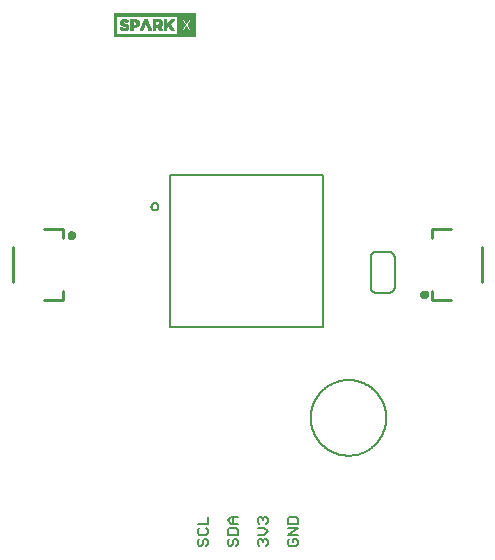
<source format=gto>
G75*
%MOIN*%
%OFA0B0*%
%FSLAX25Y25*%
%IPPOS*%
%LPD*%
%AMOC8*
5,1,8,0,0,1.08239X$1,22.5*
%
%ADD10C,0.00600*%
%ADD11C,0.00039*%
%ADD12C,0.01000*%
%ADD13C,0.01575*%
%ADD14C,0.00500*%
D10*
X0201630Y0076867D02*
X0202198Y0076300D01*
X0202765Y0076300D01*
X0203332Y0076867D01*
X0203332Y0078001D01*
X0203899Y0078569D01*
X0204466Y0078569D01*
X0205033Y0078001D01*
X0205033Y0076867D01*
X0204466Y0076300D01*
X0201630Y0076867D02*
X0201630Y0078001D01*
X0202198Y0078569D01*
X0202198Y0079983D02*
X0201630Y0080550D01*
X0201630Y0081685D01*
X0202198Y0082252D01*
X0201630Y0083666D02*
X0205033Y0083666D01*
X0205033Y0085935D01*
X0204466Y0082252D02*
X0205033Y0081685D01*
X0205033Y0080550D01*
X0204466Y0079983D01*
X0202198Y0079983D01*
X0211630Y0079983D02*
X0211630Y0081685D01*
X0212198Y0082252D01*
X0214466Y0082252D01*
X0215033Y0081685D01*
X0215033Y0079983D01*
X0211630Y0079983D01*
X0212198Y0078569D02*
X0211630Y0078001D01*
X0211630Y0076867D01*
X0212198Y0076300D01*
X0212765Y0076300D01*
X0213332Y0076867D01*
X0213332Y0078001D01*
X0213899Y0078569D01*
X0214466Y0078569D01*
X0215033Y0078001D01*
X0215033Y0076867D01*
X0214466Y0076300D01*
X0221630Y0076867D02*
X0221630Y0078001D01*
X0222198Y0078569D01*
X0222765Y0078569D01*
X0223332Y0078001D01*
X0223899Y0078569D01*
X0224466Y0078569D01*
X0225033Y0078001D01*
X0225033Y0076867D01*
X0224466Y0076300D01*
X0223332Y0077434D02*
X0223332Y0078001D01*
X0222198Y0076300D02*
X0221630Y0076867D01*
X0221630Y0079983D02*
X0223899Y0079983D01*
X0225033Y0081117D01*
X0223899Y0082252D01*
X0221630Y0082252D01*
X0222198Y0083666D02*
X0221630Y0084233D01*
X0221630Y0085368D01*
X0222198Y0085935D01*
X0222765Y0085935D01*
X0223332Y0085368D01*
X0223899Y0085935D01*
X0224466Y0085935D01*
X0225033Y0085368D01*
X0225033Y0084233D01*
X0224466Y0083666D01*
X0223332Y0084801D02*
X0223332Y0085368D01*
X0215033Y0085935D02*
X0212765Y0085935D01*
X0211630Y0084801D01*
X0212765Y0083666D01*
X0215033Y0083666D01*
X0213332Y0083666D02*
X0213332Y0085935D01*
X0231630Y0085368D02*
X0231630Y0083666D01*
X0235033Y0083666D01*
X0235033Y0085368D01*
X0234466Y0085935D01*
X0232198Y0085935D01*
X0231630Y0085368D01*
X0231630Y0082252D02*
X0235033Y0082252D01*
X0231630Y0079983D01*
X0235033Y0079983D01*
X0234466Y0078569D02*
X0233332Y0078569D01*
X0233332Y0077434D01*
X0234466Y0076300D02*
X0235033Y0076867D01*
X0235033Y0078001D01*
X0234466Y0078569D01*
X0232198Y0078569D02*
X0231630Y0078001D01*
X0231630Y0076867D01*
X0232198Y0076300D01*
X0234466Y0076300D01*
X0261133Y0160700D02*
X0265533Y0160700D01*
X0265616Y0160702D01*
X0265699Y0160708D01*
X0265782Y0160717D01*
X0265864Y0160731D01*
X0265945Y0160748D01*
X0266026Y0160769D01*
X0266105Y0160793D01*
X0266183Y0160822D01*
X0266260Y0160853D01*
X0266335Y0160889D01*
X0266409Y0160927D01*
X0266481Y0160970D01*
X0266550Y0161015D01*
X0266618Y0161064D01*
X0266683Y0161115D01*
X0266746Y0161170D01*
X0266806Y0161227D01*
X0266863Y0161287D01*
X0266918Y0161350D01*
X0266969Y0161415D01*
X0267018Y0161483D01*
X0267063Y0161552D01*
X0267106Y0161624D01*
X0267144Y0161698D01*
X0267180Y0161773D01*
X0267211Y0161850D01*
X0267240Y0161928D01*
X0267264Y0162007D01*
X0267285Y0162088D01*
X0267302Y0162169D01*
X0267316Y0162251D01*
X0267325Y0162334D01*
X0267331Y0162417D01*
X0267333Y0162500D01*
X0267333Y0172500D01*
X0267331Y0172583D01*
X0267325Y0172666D01*
X0267316Y0172749D01*
X0267302Y0172831D01*
X0267285Y0172912D01*
X0267264Y0172993D01*
X0267240Y0173072D01*
X0267211Y0173150D01*
X0267180Y0173227D01*
X0267144Y0173302D01*
X0267106Y0173376D01*
X0267063Y0173448D01*
X0267018Y0173517D01*
X0266969Y0173585D01*
X0266918Y0173650D01*
X0266863Y0173713D01*
X0266806Y0173773D01*
X0266746Y0173830D01*
X0266683Y0173885D01*
X0266618Y0173936D01*
X0266550Y0173985D01*
X0266481Y0174030D01*
X0266409Y0174073D01*
X0266335Y0174111D01*
X0266260Y0174147D01*
X0266183Y0174178D01*
X0266105Y0174207D01*
X0266026Y0174231D01*
X0265945Y0174252D01*
X0265864Y0174269D01*
X0265782Y0174283D01*
X0265699Y0174292D01*
X0265616Y0174298D01*
X0265533Y0174300D01*
X0261133Y0174300D01*
X0261050Y0174298D01*
X0260967Y0174292D01*
X0260884Y0174283D01*
X0260802Y0174269D01*
X0260721Y0174252D01*
X0260640Y0174231D01*
X0260561Y0174207D01*
X0260483Y0174178D01*
X0260406Y0174147D01*
X0260331Y0174111D01*
X0260257Y0174073D01*
X0260185Y0174030D01*
X0260116Y0173985D01*
X0260048Y0173936D01*
X0259983Y0173885D01*
X0259920Y0173830D01*
X0259860Y0173773D01*
X0259803Y0173713D01*
X0259748Y0173650D01*
X0259697Y0173585D01*
X0259648Y0173517D01*
X0259603Y0173448D01*
X0259560Y0173376D01*
X0259522Y0173302D01*
X0259486Y0173227D01*
X0259455Y0173150D01*
X0259426Y0173072D01*
X0259402Y0172993D01*
X0259381Y0172912D01*
X0259364Y0172831D01*
X0259350Y0172749D01*
X0259341Y0172666D01*
X0259335Y0172583D01*
X0259333Y0172500D01*
X0259333Y0162500D01*
X0259335Y0162417D01*
X0259341Y0162334D01*
X0259350Y0162251D01*
X0259364Y0162169D01*
X0259381Y0162088D01*
X0259402Y0162007D01*
X0259426Y0161928D01*
X0259455Y0161850D01*
X0259486Y0161773D01*
X0259522Y0161698D01*
X0259560Y0161624D01*
X0259603Y0161552D01*
X0259648Y0161483D01*
X0259697Y0161415D01*
X0259748Y0161350D01*
X0259803Y0161287D01*
X0259860Y0161227D01*
X0259920Y0161170D01*
X0259983Y0161115D01*
X0260048Y0161064D01*
X0260116Y0161015D01*
X0260185Y0160970D01*
X0260257Y0160927D01*
X0260331Y0160889D01*
X0260406Y0160853D01*
X0260483Y0160822D01*
X0260561Y0160793D01*
X0260640Y0160769D01*
X0260721Y0160748D01*
X0260802Y0160731D01*
X0260884Y0160717D01*
X0260967Y0160708D01*
X0261050Y0160702D01*
X0261133Y0160700D01*
D11*
X0200833Y0246263D02*
X0194559Y0246263D01*
X0194559Y0246957D01*
X0194802Y0246957D01*
X0194802Y0249636D01*
X0197078Y0249636D01*
X0196084Y0248188D01*
X0196989Y0248188D01*
X0197807Y0249430D01*
X0198619Y0248188D01*
X0199556Y0248188D01*
X0198569Y0249636D01*
X0200833Y0249636D01*
X0200833Y0246263D01*
X0200833Y0246299D02*
X0194559Y0246299D01*
X0173833Y0246299D01*
X0173833Y0246263D02*
X0194559Y0246263D01*
X0194559Y0246957D01*
X0174527Y0246957D01*
X0174527Y0253043D01*
X0194802Y0253043D01*
X0194802Y0249636D01*
X0197078Y0249636D01*
X0197348Y0250030D01*
X0196138Y0251809D01*
X0197070Y0251809D01*
X0197831Y0250634D01*
X0198598Y0251809D01*
X0199502Y0251809D01*
X0198293Y0250041D01*
X0198569Y0249636D01*
X0200833Y0249636D01*
X0200833Y0253737D01*
X0194802Y0253737D01*
X0173833Y0253737D01*
X0173833Y0246263D01*
X0173833Y0246337D02*
X0194559Y0246337D01*
X0200833Y0246337D01*
X0200833Y0246374D02*
X0194559Y0246374D01*
X0173833Y0246374D01*
X0173833Y0246412D02*
X0194559Y0246412D01*
X0200833Y0246412D01*
X0200833Y0246450D02*
X0194559Y0246450D01*
X0173833Y0246450D01*
X0173833Y0246488D02*
X0194559Y0246488D01*
X0200833Y0246488D01*
X0200833Y0246526D02*
X0194559Y0246526D01*
X0173833Y0246526D01*
X0173833Y0246564D02*
X0194559Y0246564D01*
X0200833Y0246564D01*
X0200833Y0246602D02*
X0194559Y0246602D01*
X0173833Y0246602D01*
X0173833Y0246640D02*
X0194559Y0246640D01*
X0200833Y0246640D01*
X0200833Y0246677D02*
X0194559Y0246677D01*
X0173833Y0246677D01*
X0173833Y0246715D02*
X0194559Y0246715D01*
X0200833Y0246715D01*
X0200833Y0246753D02*
X0194559Y0246753D01*
X0173833Y0246753D01*
X0173833Y0246791D02*
X0194559Y0246791D01*
X0200833Y0246791D01*
X0200833Y0246829D02*
X0194559Y0246829D01*
X0173833Y0246829D01*
X0173833Y0246867D02*
X0194559Y0246867D01*
X0200833Y0246867D01*
X0200833Y0246905D02*
X0194559Y0246905D01*
X0173833Y0246905D01*
X0173833Y0246943D02*
X0194559Y0246943D01*
X0200833Y0246943D01*
X0200833Y0246981D02*
X0194802Y0246981D01*
X0194802Y0247018D02*
X0200833Y0247018D01*
X0200833Y0247056D02*
X0194802Y0247056D01*
X0194802Y0247094D02*
X0200833Y0247094D01*
X0200833Y0247132D02*
X0194802Y0247132D01*
X0194802Y0247170D02*
X0200833Y0247170D01*
X0200833Y0247208D02*
X0194802Y0247208D01*
X0194802Y0247246D02*
X0200833Y0247246D01*
X0200833Y0247284D02*
X0194802Y0247284D01*
X0194802Y0247321D02*
X0200833Y0247321D01*
X0200833Y0247359D02*
X0194802Y0247359D01*
X0194802Y0247397D02*
X0200833Y0247397D01*
X0200833Y0247435D02*
X0194802Y0247435D01*
X0194802Y0247473D02*
X0200833Y0247473D01*
X0200833Y0247511D02*
X0194802Y0247511D01*
X0194802Y0247549D02*
X0200833Y0247549D01*
X0200833Y0247587D02*
X0194802Y0247587D01*
X0194802Y0247624D02*
X0200833Y0247624D01*
X0200833Y0247662D02*
X0194802Y0247662D01*
X0194802Y0247700D02*
X0200833Y0247700D01*
X0200833Y0247738D02*
X0194802Y0247738D01*
X0194802Y0247776D02*
X0200833Y0247776D01*
X0200833Y0247814D02*
X0194802Y0247814D01*
X0194802Y0247852D02*
X0200833Y0247852D01*
X0200833Y0247890D02*
X0194802Y0247890D01*
X0194802Y0247928D02*
X0200833Y0247928D01*
X0200833Y0247965D02*
X0194802Y0247965D01*
X0194802Y0248003D02*
X0200833Y0248003D01*
X0200833Y0248041D02*
X0194802Y0248041D01*
X0194802Y0248079D02*
X0200833Y0248079D01*
X0200833Y0248117D02*
X0194802Y0248117D01*
X0194802Y0248155D02*
X0200833Y0248155D01*
X0200833Y0248193D02*
X0199553Y0248193D01*
X0199527Y0248231D02*
X0200833Y0248231D01*
X0200833Y0248268D02*
X0199502Y0248268D01*
X0199476Y0248306D02*
X0200833Y0248306D01*
X0200833Y0248344D02*
X0199450Y0248344D01*
X0199424Y0248382D02*
X0200833Y0248382D01*
X0200833Y0248420D02*
X0199398Y0248420D01*
X0199372Y0248458D02*
X0200833Y0248458D01*
X0200833Y0248496D02*
X0199346Y0248496D01*
X0199321Y0248534D02*
X0200833Y0248534D01*
X0200833Y0248572D02*
X0199295Y0248572D01*
X0199269Y0248609D02*
X0200833Y0248609D01*
X0200833Y0248647D02*
X0199243Y0248647D01*
X0199217Y0248685D02*
X0200833Y0248685D01*
X0200833Y0248723D02*
X0199191Y0248723D01*
X0199166Y0248761D02*
X0200833Y0248761D01*
X0200833Y0248799D02*
X0199140Y0248799D01*
X0199114Y0248837D02*
X0200833Y0248837D01*
X0200833Y0248875D02*
X0199088Y0248875D01*
X0199062Y0248912D02*
X0200833Y0248912D01*
X0200833Y0248950D02*
X0199036Y0248950D01*
X0199011Y0248988D02*
X0200833Y0248988D01*
X0200833Y0249026D02*
X0198985Y0249026D01*
X0198959Y0249064D02*
X0200833Y0249064D01*
X0200833Y0249102D02*
X0198933Y0249102D01*
X0198907Y0249140D02*
X0200833Y0249140D01*
X0200833Y0249178D02*
X0198881Y0249178D01*
X0198856Y0249216D02*
X0200833Y0249216D01*
X0200833Y0249253D02*
X0198830Y0249253D01*
X0198804Y0249291D02*
X0200833Y0249291D01*
X0200833Y0249329D02*
X0198778Y0249329D01*
X0198752Y0249367D02*
X0200833Y0249367D01*
X0200833Y0249405D02*
X0198726Y0249405D01*
X0198700Y0249443D02*
X0200833Y0249443D01*
X0200833Y0249481D02*
X0198675Y0249481D01*
X0198649Y0249519D02*
X0200833Y0249519D01*
X0200833Y0249556D02*
X0198623Y0249556D01*
X0198597Y0249594D02*
X0200833Y0249594D01*
X0200833Y0249632D02*
X0198571Y0249632D01*
X0198545Y0249670D02*
X0200833Y0249670D01*
X0200833Y0249708D02*
X0198520Y0249708D01*
X0198494Y0249746D02*
X0200833Y0249746D01*
X0200833Y0249784D02*
X0198468Y0249784D01*
X0198442Y0249822D02*
X0200833Y0249822D01*
X0200833Y0249859D02*
X0198416Y0249859D01*
X0198390Y0249897D02*
X0200833Y0249897D01*
X0200833Y0249935D02*
X0198364Y0249935D01*
X0198339Y0249973D02*
X0200833Y0249973D01*
X0200833Y0250011D02*
X0198313Y0250011D01*
X0198298Y0250049D02*
X0200833Y0250049D01*
X0200833Y0250087D02*
X0198324Y0250087D01*
X0198350Y0250125D02*
X0200833Y0250125D01*
X0200833Y0250163D02*
X0198376Y0250163D01*
X0198402Y0250200D02*
X0200833Y0250200D01*
X0200833Y0250238D02*
X0198428Y0250238D01*
X0198454Y0250276D02*
X0200833Y0250276D01*
X0200833Y0250314D02*
X0198480Y0250314D01*
X0198506Y0250352D02*
X0200833Y0250352D01*
X0200833Y0250390D02*
X0198532Y0250390D01*
X0198557Y0250428D02*
X0200833Y0250428D01*
X0200833Y0250466D02*
X0198583Y0250466D01*
X0198609Y0250503D02*
X0200833Y0250503D01*
X0200833Y0250541D02*
X0198635Y0250541D01*
X0198661Y0250579D02*
X0200833Y0250579D01*
X0200833Y0250617D02*
X0198687Y0250617D01*
X0198713Y0250655D02*
X0200833Y0250655D01*
X0200833Y0250693D02*
X0198739Y0250693D01*
X0198765Y0250731D02*
X0200833Y0250731D01*
X0200833Y0250769D02*
X0198791Y0250769D01*
X0198817Y0250807D02*
X0200833Y0250807D01*
X0200833Y0250844D02*
X0198842Y0250844D01*
X0198868Y0250882D02*
X0200833Y0250882D01*
X0200833Y0250920D02*
X0198894Y0250920D01*
X0198920Y0250958D02*
X0200833Y0250958D01*
X0200833Y0250996D02*
X0198946Y0250996D01*
X0198972Y0251034D02*
X0200833Y0251034D01*
X0200833Y0251072D02*
X0198998Y0251072D01*
X0199024Y0251110D02*
X0200833Y0251110D01*
X0200833Y0251147D02*
X0199050Y0251147D01*
X0199076Y0251185D02*
X0200833Y0251185D01*
X0200833Y0251223D02*
X0199102Y0251223D01*
X0199127Y0251261D02*
X0200833Y0251261D01*
X0200833Y0251299D02*
X0199153Y0251299D01*
X0199179Y0251337D02*
X0200833Y0251337D01*
X0200833Y0251375D02*
X0199205Y0251375D01*
X0199231Y0251413D02*
X0200833Y0251413D01*
X0200833Y0251451D02*
X0199257Y0251451D01*
X0199283Y0251488D02*
X0200833Y0251488D01*
X0200833Y0251526D02*
X0199309Y0251526D01*
X0199335Y0251564D02*
X0200833Y0251564D01*
X0200833Y0251602D02*
X0199361Y0251602D01*
X0199387Y0251640D02*
X0200833Y0251640D01*
X0200833Y0251678D02*
X0199412Y0251678D01*
X0199438Y0251716D02*
X0200833Y0251716D01*
X0200833Y0251754D02*
X0199464Y0251754D01*
X0199490Y0251791D02*
X0200833Y0251791D01*
X0200833Y0251829D02*
X0194802Y0251829D01*
X0194802Y0251791D02*
X0196150Y0251791D01*
X0196176Y0251754D02*
X0194802Y0251754D01*
X0194802Y0251716D02*
X0196201Y0251716D01*
X0196227Y0251678D02*
X0194802Y0251678D01*
X0194802Y0251640D02*
X0196253Y0251640D01*
X0196279Y0251602D02*
X0194802Y0251602D01*
X0194802Y0251564D02*
X0196304Y0251564D01*
X0196330Y0251526D02*
X0194802Y0251526D01*
X0194802Y0251488D02*
X0196356Y0251488D01*
X0196382Y0251451D02*
X0194802Y0251451D01*
X0194802Y0251413D02*
X0196407Y0251413D01*
X0196433Y0251375D02*
X0194802Y0251375D01*
X0194802Y0251337D02*
X0196459Y0251337D01*
X0196485Y0251299D02*
X0194802Y0251299D01*
X0194802Y0251261D02*
X0196511Y0251261D01*
X0196536Y0251223D02*
X0194802Y0251223D01*
X0194802Y0251185D02*
X0196562Y0251185D01*
X0196588Y0251147D02*
X0194802Y0251147D01*
X0194802Y0251110D02*
X0196614Y0251110D01*
X0196639Y0251072D02*
X0194802Y0251072D01*
X0194802Y0251034D02*
X0196665Y0251034D01*
X0196691Y0250996D02*
X0194802Y0250996D01*
X0194802Y0250958D02*
X0196717Y0250958D01*
X0196742Y0250920D02*
X0194802Y0250920D01*
X0194802Y0250882D02*
X0196768Y0250882D01*
X0196794Y0250844D02*
X0194802Y0250844D01*
X0194802Y0250807D02*
X0196820Y0250807D01*
X0196845Y0250769D02*
X0194802Y0250769D01*
X0194802Y0250731D02*
X0196871Y0250731D01*
X0196897Y0250693D02*
X0194802Y0250693D01*
X0194802Y0250655D02*
X0196923Y0250655D01*
X0196948Y0250617D02*
X0194802Y0250617D01*
X0194802Y0250579D02*
X0196974Y0250579D01*
X0197000Y0250541D02*
X0194802Y0250541D01*
X0194802Y0250503D02*
X0197026Y0250503D01*
X0197051Y0250466D02*
X0194802Y0250466D01*
X0194802Y0250428D02*
X0197077Y0250428D01*
X0197103Y0250390D02*
X0194802Y0250390D01*
X0194802Y0250352D02*
X0197129Y0250352D01*
X0197154Y0250314D02*
X0194802Y0250314D01*
X0194802Y0250276D02*
X0197180Y0250276D01*
X0197206Y0250238D02*
X0194802Y0250238D01*
X0194802Y0250200D02*
X0197232Y0250200D01*
X0197257Y0250163D02*
X0194802Y0250163D01*
X0194802Y0250125D02*
X0197283Y0250125D01*
X0197309Y0250087D02*
X0194802Y0250087D01*
X0194802Y0250049D02*
X0197335Y0250049D01*
X0197335Y0250011D02*
X0194802Y0250011D01*
X0194802Y0249973D02*
X0197309Y0249973D01*
X0197283Y0249935D02*
X0194802Y0249935D01*
X0194802Y0249897D02*
X0197257Y0249897D01*
X0197231Y0249859D02*
X0194802Y0249859D01*
X0194802Y0249822D02*
X0197205Y0249822D01*
X0197179Y0249784D02*
X0194802Y0249784D01*
X0194802Y0249746D02*
X0197153Y0249746D01*
X0197127Y0249708D02*
X0194802Y0249708D01*
X0194802Y0249670D02*
X0197101Y0249670D01*
X0197075Y0249632D02*
X0194802Y0249632D01*
X0194802Y0249594D02*
X0197049Y0249594D01*
X0197023Y0249556D02*
X0194802Y0249556D01*
X0194802Y0249519D02*
X0196997Y0249519D01*
X0196971Y0249481D02*
X0194802Y0249481D01*
X0194802Y0249443D02*
X0196945Y0249443D01*
X0196919Y0249405D02*
X0194802Y0249405D01*
X0194802Y0249367D02*
X0196893Y0249367D01*
X0196867Y0249329D02*
X0194802Y0249329D01*
X0194802Y0249291D02*
X0196841Y0249291D01*
X0196815Y0249253D02*
X0194802Y0249253D01*
X0194802Y0249216D02*
X0196789Y0249216D01*
X0196763Y0249178D02*
X0194802Y0249178D01*
X0194802Y0249140D02*
X0196737Y0249140D01*
X0196711Y0249102D02*
X0194802Y0249102D01*
X0194802Y0249064D02*
X0196685Y0249064D01*
X0196659Y0249026D02*
X0194802Y0249026D01*
X0194802Y0248988D02*
X0196633Y0248988D01*
X0196607Y0248950D02*
X0194802Y0248950D01*
X0194802Y0248912D02*
X0196581Y0248912D01*
X0196555Y0248875D02*
X0194802Y0248875D01*
X0194802Y0248837D02*
X0196529Y0248837D01*
X0196503Y0248799D02*
X0194802Y0248799D01*
X0194802Y0248761D02*
X0196477Y0248761D01*
X0196451Y0248723D02*
X0194802Y0248723D01*
X0194802Y0248685D02*
X0196425Y0248685D01*
X0196399Y0248647D02*
X0194802Y0248647D01*
X0194802Y0248609D02*
X0196373Y0248609D01*
X0196347Y0248572D02*
X0194802Y0248572D01*
X0194802Y0248534D02*
X0196321Y0248534D01*
X0196295Y0248496D02*
X0194802Y0248496D01*
X0194802Y0248458D02*
X0196269Y0248458D01*
X0196243Y0248420D02*
X0194802Y0248420D01*
X0194802Y0248382D02*
X0196217Y0248382D01*
X0196191Y0248344D02*
X0194802Y0248344D01*
X0194802Y0248306D02*
X0196165Y0248306D01*
X0196139Y0248268D02*
X0194802Y0248268D01*
X0194802Y0248231D02*
X0196113Y0248231D01*
X0196087Y0248193D02*
X0194802Y0248193D01*
X0193786Y0248188D02*
X0192245Y0250273D01*
X0192835Y0250888D01*
X0191902Y0250888D01*
X0192758Y0251809D01*
X0193719Y0251809D01*
X0192835Y0250888D01*
X0191902Y0250888D01*
X0191289Y0250227D01*
X0191289Y0250888D01*
X0190492Y0250888D01*
X0190492Y0251809D01*
X0191289Y0251809D01*
X0191289Y0250888D01*
X0190492Y0250888D01*
X0190492Y0248188D01*
X0191289Y0248188D01*
X0191289Y0249295D01*
X0191707Y0249730D01*
X0192831Y0248188D01*
X0193786Y0248188D01*
X0193783Y0248193D02*
X0192827Y0248193D01*
X0192800Y0248231D02*
X0193755Y0248231D01*
X0193727Y0248268D02*
X0192772Y0248268D01*
X0192745Y0248306D02*
X0193699Y0248306D01*
X0193671Y0248344D02*
X0192717Y0248344D01*
X0192689Y0248382D02*
X0193643Y0248382D01*
X0193615Y0248420D02*
X0192662Y0248420D01*
X0192634Y0248458D02*
X0193587Y0248458D01*
X0193559Y0248496D02*
X0192607Y0248496D01*
X0192579Y0248534D02*
X0193531Y0248534D01*
X0193503Y0248572D02*
X0192551Y0248572D01*
X0192524Y0248609D02*
X0193475Y0248609D01*
X0193447Y0248647D02*
X0192496Y0248647D01*
X0192469Y0248685D02*
X0193419Y0248685D01*
X0193391Y0248723D02*
X0192441Y0248723D01*
X0192413Y0248761D02*
X0193363Y0248761D01*
X0193335Y0248799D02*
X0192386Y0248799D01*
X0192358Y0248837D02*
X0193307Y0248837D01*
X0193279Y0248875D02*
X0192331Y0248875D01*
X0192303Y0248912D02*
X0193251Y0248912D01*
X0193223Y0248950D02*
X0192275Y0248950D01*
X0192248Y0248988D02*
X0193195Y0248988D01*
X0193167Y0249026D02*
X0192220Y0249026D01*
X0192193Y0249064D02*
X0193139Y0249064D01*
X0193111Y0249102D02*
X0192165Y0249102D01*
X0192137Y0249140D02*
X0193083Y0249140D01*
X0193055Y0249178D02*
X0192110Y0249178D01*
X0192082Y0249216D02*
X0193027Y0249216D01*
X0192999Y0249253D02*
X0192055Y0249253D01*
X0192027Y0249291D02*
X0192971Y0249291D01*
X0192943Y0249329D02*
X0191999Y0249329D01*
X0191972Y0249367D02*
X0192914Y0249367D01*
X0192886Y0249405D02*
X0191944Y0249405D01*
X0191917Y0249443D02*
X0192858Y0249443D01*
X0192830Y0249481D02*
X0191889Y0249481D01*
X0191861Y0249519D02*
X0192802Y0249519D01*
X0192774Y0249556D02*
X0191834Y0249556D01*
X0191806Y0249594D02*
X0192746Y0249594D01*
X0192718Y0249632D02*
X0191779Y0249632D01*
X0191751Y0249670D02*
X0192690Y0249670D01*
X0192662Y0249708D02*
X0191723Y0249708D01*
X0191686Y0249708D02*
X0190492Y0249708D01*
X0190492Y0249746D02*
X0192634Y0249746D01*
X0192606Y0249784D02*
X0190492Y0249784D01*
X0190492Y0249822D02*
X0192578Y0249822D01*
X0192550Y0249859D02*
X0190492Y0249859D01*
X0190492Y0249897D02*
X0192522Y0249897D01*
X0192494Y0249935D02*
X0190492Y0249935D01*
X0190492Y0249973D02*
X0192466Y0249973D01*
X0192438Y0250011D02*
X0190492Y0250011D01*
X0190492Y0250049D02*
X0192410Y0250049D01*
X0192382Y0250087D02*
X0190492Y0250087D01*
X0190492Y0250125D02*
X0192354Y0250125D01*
X0192326Y0250163D02*
X0190492Y0250163D01*
X0190492Y0250200D02*
X0192298Y0250200D01*
X0192270Y0250238D02*
X0191300Y0250238D01*
X0191289Y0250238D02*
X0190492Y0250238D01*
X0190492Y0250276D02*
X0191289Y0250276D01*
X0191289Y0250314D02*
X0190492Y0250314D01*
X0190492Y0250352D02*
X0191289Y0250352D01*
X0191289Y0250390D02*
X0190492Y0250390D01*
X0190492Y0250428D02*
X0191289Y0250428D01*
X0191289Y0250466D02*
X0190492Y0250466D01*
X0190492Y0250503D02*
X0191289Y0250503D01*
X0191289Y0250541D02*
X0190492Y0250541D01*
X0190492Y0250579D02*
X0191289Y0250579D01*
X0191289Y0250617D02*
X0190492Y0250617D01*
X0190492Y0250655D02*
X0191289Y0250655D01*
X0191289Y0250693D02*
X0190492Y0250693D01*
X0190492Y0250731D02*
X0191289Y0250731D01*
X0191289Y0250769D02*
X0190492Y0250769D01*
X0190492Y0250807D02*
X0191289Y0250807D01*
X0191289Y0250844D02*
X0190492Y0250844D01*
X0190492Y0250882D02*
X0191289Y0250882D01*
X0191289Y0250920D02*
X0190492Y0250920D01*
X0190492Y0250958D02*
X0191289Y0250958D01*
X0191289Y0250996D02*
X0190492Y0250996D01*
X0190492Y0251034D02*
X0191289Y0251034D01*
X0191289Y0251072D02*
X0190492Y0251072D01*
X0190492Y0251110D02*
X0191289Y0251110D01*
X0191289Y0251147D02*
X0190492Y0251147D01*
X0190492Y0251185D02*
X0191289Y0251185D01*
X0191289Y0251223D02*
X0190492Y0251223D01*
X0190492Y0251261D02*
X0191289Y0251261D01*
X0191289Y0251299D02*
X0190492Y0251299D01*
X0190492Y0251337D02*
X0191289Y0251337D01*
X0191289Y0251375D02*
X0190492Y0251375D01*
X0190492Y0251413D02*
X0191289Y0251413D01*
X0191289Y0251451D02*
X0190492Y0251451D01*
X0190492Y0251488D02*
X0191289Y0251488D01*
X0191289Y0251526D02*
X0190492Y0251526D01*
X0190492Y0251564D02*
X0191289Y0251564D01*
X0191289Y0251602D02*
X0190492Y0251602D01*
X0190492Y0251640D02*
X0191289Y0251640D01*
X0191289Y0251678D02*
X0190492Y0251678D01*
X0190492Y0251716D02*
X0191289Y0251716D01*
X0191289Y0251754D02*
X0190492Y0251754D01*
X0190492Y0251791D02*
X0191289Y0251791D01*
X0192073Y0251072D02*
X0193011Y0251072D01*
X0193048Y0251110D02*
X0192108Y0251110D01*
X0192143Y0251147D02*
X0193084Y0251147D01*
X0193120Y0251185D02*
X0192179Y0251185D01*
X0192214Y0251223D02*
X0193157Y0251223D01*
X0193193Y0251261D02*
X0192249Y0251261D01*
X0192284Y0251299D02*
X0193229Y0251299D01*
X0193266Y0251337D02*
X0192319Y0251337D01*
X0192354Y0251375D02*
X0193302Y0251375D01*
X0193338Y0251413D02*
X0192390Y0251413D01*
X0192425Y0251451D02*
X0193375Y0251451D01*
X0193411Y0251488D02*
X0192460Y0251488D01*
X0192495Y0251526D02*
X0193448Y0251526D01*
X0193484Y0251564D02*
X0192530Y0251564D01*
X0192566Y0251602D02*
X0193520Y0251602D01*
X0193557Y0251640D02*
X0192601Y0251640D01*
X0192636Y0251678D02*
X0193593Y0251678D01*
X0193629Y0251716D02*
X0192671Y0251716D01*
X0192706Y0251754D02*
X0193666Y0251754D01*
X0193702Y0251791D02*
X0192741Y0251791D01*
X0192975Y0251034D02*
X0192038Y0251034D01*
X0192003Y0250996D02*
X0192939Y0250996D01*
X0192902Y0250958D02*
X0191968Y0250958D01*
X0191932Y0250920D02*
X0192866Y0250920D01*
X0192830Y0250882D02*
X0191897Y0250882D01*
X0191862Y0250844D02*
X0192793Y0250844D01*
X0192757Y0250807D02*
X0191827Y0250807D01*
X0191792Y0250769D02*
X0192720Y0250769D01*
X0192684Y0250731D02*
X0191757Y0250731D01*
X0191721Y0250693D02*
X0192648Y0250693D01*
X0192611Y0250655D02*
X0191686Y0250655D01*
X0191651Y0250617D02*
X0192575Y0250617D01*
X0192539Y0250579D02*
X0191616Y0250579D01*
X0191581Y0250541D02*
X0192502Y0250541D01*
X0192466Y0250503D02*
X0191546Y0250503D01*
X0191511Y0250466D02*
X0192430Y0250466D01*
X0192393Y0250428D02*
X0191475Y0250428D01*
X0191440Y0250390D02*
X0192357Y0250390D01*
X0192321Y0250352D02*
X0191405Y0250352D01*
X0191370Y0250314D02*
X0192284Y0250314D01*
X0192248Y0250276D02*
X0191335Y0250276D01*
X0191650Y0249670D02*
X0190492Y0249670D01*
X0190492Y0249632D02*
X0191613Y0249632D01*
X0191577Y0249594D02*
X0190492Y0249594D01*
X0190492Y0249556D02*
X0191540Y0249556D01*
X0191504Y0249519D02*
X0190492Y0249519D01*
X0190492Y0249481D02*
X0191467Y0249481D01*
X0191431Y0249443D02*
X0190492Y0249443D01*
X0190492Y0249405D02*
X0191394Y0249405D01*
X0191358Y0249367D02*
X0190492Y0249367D01*
X0190492Y0249329D02*
X0191321Y0249329D01*
X0191289Y0249291D02*
X0190492Y0249291D01*
X0190492Y0249253D02*
X0191289Y0249253D01*
X0191289Y0249216D02*
X0190492Y0249216D01*
X0190492Y0249178D02*
X0191289Y0249178D01*
X0191289Y0249140D02*
X0190492Y0249140D01*
X0190492Y0249102D02*
X0191289Y0249102D01*
X0191289Y0249064D02*
X0190492Y0249064D01*
X0190492Y0249026D02*
X0191289Y0249026D01*
X0191289Y0248988D02*
X0190492Y0248988D01*
X0190492Y0248950D02*
X0191289Y0248950D01*
X0191289Y0248912D02*
X0190492Y0248912D01*
X0190492Y0248875D02*
X0191289Y0248875D01*
X0191289Y0248837D02*
X0190492Y0248837D01*
X0190492Y0248799D02*
X0191289Y0248799D01*
X0191289Y0248761D02*
X0190492Y0248761D01*
X0190492Y0248723D02*
X0191289Y0248723D01*
X0191289Y0248685D02*
X0190492Y0248685D01*
X0190492Y0248647D02*
X0191289Y0248647D01*
X0191289Y0248609D02*
X0190492Y0248609D01*
X0190492Y0248572D02*
X0191289Y0248572D01*
X0191289Y0248534D02*
X0190492Y0248534D01*
X0190492Y0248496D02*
X0191289Y0248496D01*
X0191289Y0248458D02*
X0190492Y0248458D01*
X0190492Y0248420D02*
X0191289Y0248420D01*
X0191289Y0248382D02*
X0190492Y0248382D01*
X0190492Y0248344D02*
X0191289Y0248344D01*
X0191289Y0248306D02*
X0190492Y0248306D01*
X0190492Y0248268D02*
X0191289Y0248268D01*
X0191289Y0248231D02*
X0190492Y0248231D01*
X0190492Y0248193D02*
X0191289Y0248193D01*
X0189879Y0248188D02*
X0188994Y0249482D01*
X0189308Y0249648D01*
X0189555Y0249887D01*
X0189717Y0250204D01*
X0189771Y0250602D01*
X0189771Y0250613D01*
X0189749Y0250879D01*
X0189747Y0250888D01*
X0188856Y0250888D01*
X0188799Y0250961D01*
X0188601Y0251058D01*
X0188338Y0251091D01*
X0187547Y0251091D01*
X0187547Y0250888D01*
X0186750Y0250888D01*
X0186750Y0251809D01*
X0188405Y0251809D01*
X0188711Y0251789D01*
X0188981Y0251730D01*
X0189214Y0251631D01*
X0189412Y0251493D01*
X0189570Y0251319D01*
X0189682Y0251115D01*
X0189747Y0250888D01*
X0188856Y0250888D01*
X0188923Y0250799D01*
X0188964Y0250572D01*
X0188964Y0250564D01*
X0188925Y0250356D01*
X0188808Y0250192D01*
X0188615Y0250087D01*
X0188354Y0250051D01*
X0187547Y0250051D01*
X0187547Y0250888D01*
X0186750Y0250888D01*
X0186750Y0248188D01*
X0187547Y0248188D01*
X0187547Y0249347D01*
X0188173Y0249347D01*
X0188948Y0248188D01*
X0189879Y0248188D01*
X0189876Y0248193D02*
X0188945Y0248193D01*
X0188920Y0248231D02*
X0189850Y0248231D01*
X0189825Y0248268D02*
X0188894Y0248268D01*
X0188869Y0248306D02*
X0189799Y0248306D01*
X0189773Y0248344D02*
X0188844Y0248344D01*
X0188818Y0248382D02*
X0189747Y0248382D01*
X0189721Y0248420D02*
X0188793Y0248420D01*
X0188768Y0248458D02*
X0189695Y0248458D01*
X0189669Y0248496D02*
X0188742Y0248496D01*
X0188717Y0248534D02*
X0189643Y0248534D01*
X0189617Y0248572D02*
X0188692Y0248572D01*
X0188666Y0248609D02*
X0189591Y0248609D01*
X0189565Y0248647D02*
X0188641Y0248647D01*
X0188616Y0248685D02*
X0189539Y0248685D01*
X0189513Y0248723D02*
X0188590Y0248723D01*
X0188565Y0248761D02*
X0189487Y0248761D01*
X0189461Y0248799D02*
X0188539Y0248799D01*
X0188514Y0248837D02*
X0189435Y0248837D01*
X0189409Y0248875D02*
X0188489Y0248875D01*
X0188463Y0248912D02*
X0189384Y0248912D01*
X0189358Y0248950D02*
X0188438Y0248950D01*
X0188413Y0248988D02*
X0189332Y0248988D01*
X0189306Y0249026D02*
X0188387Y0249026D01*
X0188362Y0249064D02*
X0189280Y0249064D01*
X0189254Y0249102D02*
X0188337Y0249102D01*
X0188311Y0249140D02*
X0189228Y0249140D01*
X0189202Y0249178D02*
X0188286Y0249178D01*
X0188261Y0249216D02*
X0189176Y0249216D01*
X0189150Y0249253D02*
X0188235Y0249253D01*
X0188210Y0249291D02*
X0189124Y0249291D01*
X0189098Y0249329D02*
X0188185Y0249329D01*
X0187547Y0249329D02*
X0186750Y0249329D01*
X0186750Y0249291D02*
X0187547Y0249291D01*
X0187547Y0249253D02*
X0186750Y0249253D01*
X0186750Y0249216D02*
X0187547Y0249216D01*
X0187547Y0249178D02*
X0186750Y0249178D01*
X0186750Y0249140D02*
X0187547Y0249140D01*
X0187547Y0249102D02*
X0186750Y0249102D01*
X0186750Y0249064D02*
X0187547Y0249064D01*
X0187547Y0249026D02*
X0186750Y0249026D01*
X0186750Y0248988D02*
X0187547Y0248988D01*
X0187547Y0248950D02*
X0186750Y0248950D01*
X0186750Y0248912D02*
X0187547Y0248912D01*
X0187547Y0248875D02*
X0186750Y0248875D01*
X0186750Y0248837D02*
X0187547Y0248837D01*
X0187547Y0248799D02*
X0186750Y0248799D01*
X0186750Y0248761D02*
X0187547Y0248761D01*
X0187547Y0248723D02*
X0186750Y0248723D01*
X0186750Y0248685D02*
X0187547Y0248685D01*
X0187547Y0248647D02*
X0186750Y0248647D01*
X0186750Y0248609D02*
X0187547Y0248609D01*
X0187547Y0248572D02*
X0186750Y0248572D01*
X0186750Y0248534D02*
X0187547Y0248534D01*
X0187547Y0248496D02*
X0186750Y0248496D01*
X0186750Y0248458D02*
X0187547Y0248458D01*
X0187547Y0248420D02*
X0186750Y0248420D01*
X0186750Y0248382D02*
X0187547Y0248382D01*
X0187547Y0248344D02*
X0186750Y0248344D01*
X0186750Y0248306D02*
X0187547Y0248306D01*
X0187547Y0248268D02*
X0186750Y0248268D01*
X0186750Y0248231D02*
X0187547Y0248231D01*
X0187547Y0248193D02*
X0186750Y0248193D01*
X0186191Y0248188D02*
X0185042Y0250888D01*
X0183501Y0250888D01*
X0183904Y0251836D01*
X0184639Y0251836D01*
X0185042Y0250888D01*
X0183501Y0250888D01*
X0182352Y0248188D01*
X0183165Y0248188D01*
X0184261Y0250877D01*
X0185357Y0248188D01*
X0186191Y0248188D01*
X0186189Y0248193D02*
X0185355Y0248193D01*
X0185340Y0248231D02*
X0186173Y0248231D01*
X0186157Y0248268D02*
X0185324Y0248268D01*
X0185309Y0248306D02*
X0186141Y0248306D01*
X0186125Y0248344D02*
X0185293Y0248344D01*
X0185278Y0248382D02*
X0186109Y0248382D01*
X0186093Y0248420D02*
X0185262Y0248420D01*
X0185247Y0248458D02*
X0186076Y0248458D01*
X0186060Y0248496D02*
X0185232Y0248496D01*
X0185216Y0248534D02*
X0186044Y0248534D01*
X0186028Y0248572D02*
X0185201Y0248572D01*
X0185185Y0248609D02*
X0186012Y0248609D01*
X0185996Y0248647D02*
X0185170Y0248647D01*
X0185154Y0248685D02*
X0185980Y0248685D01*
X0185964Y0248723D02*
X0185139Y0248723D01*
X0185123Y0248761D02*
X0185947Y0248761D01*
X0185931Y0248799D02*
X0185108Y0248799D01*
X0185093Y0248837D02*
X0185915Y0248837D01*
X0185899Y0248875D02*
X0185077Y0248875D01*
X0185062Y0248912D02*
X0185883Y0248912D01*
X0185867Y0248950D02*
X0185046Y0248950D01*
X0185031Y0248988D02*
X0185851Y0248988D01*
X0185835Y0249026D02*
X0185015Y0249026D01*
X0185000Y0249064D02*
X0185818Y0249064D01*
X0185802Y0249102D02*
X0184985Y0249102D01*
X0184969Y0249140D02*
X0185786Y0249140D01*
X0185770Y0249178D02*
X0184954Y0249178D01*
X0184938Y0249216D02*
X0185754Y0249216D01*
X0185738Y0249253D02*
X0184923Y0249253D01*
X0184907Y0249291D02*
X0185722Y0249291D01*
X0185706Y0249329D02*
X0184892Y0249329D01*
X0184876Y0249367D02*
X0185690Y0249367D01*
X0185673Y0249405D02*
X0184861Y0249405D01*
X0184846Y0249443D02*
X0185657Y0249443D01*
X0185641Y0249481D02*
X0184830Y0249481D01*
X0184815Y0249519D02*
X0185625Y0249519D01*
X0185609Y0249556D02*
X0184799Y0249556D01*
X0184784Y0249594D02*
X0185593Y0249594D01*
X0185577Y0249632D02*
X0184768Y0249632D01*
X0184753Y0249670D02*
X0185561Y0249670D01*
X0185544Y0249708D02*
X0184737Y0249708D01*
X0184722Y0249746D02*
X0185528Y0249746D01*
X0185512Y0249784D02*
X0184707Y0249784D01*
X0184691Y0249822D02*
X0185496Y0249822D01*
X0185480Y0249859D02*
X0184676Y0249859D01*
X0184660Y0249897D02*
X0185464Y0249897D01*
X0185448Y0249935D02*
X0184645Y0249935D01*
X0184629Y0249973D02*
X0185432Y0249973D01*
X0185415Y0250011D02*
X0184614Y0250011D01*
X0184598Y0250049D02*
X0185399Y0250049D01*
X0185383Y0250087D02*
X0184583Y0250087D01*
X0184568Y0250125D02*
X0185367Y0250125D01*
X0185351Y0250163D02*
X0184552Y0250163D01*
X0184537Y0250200D02*
X0185335Y0250200D01*
X0185319Y0250238D02*
X0184521Y0250238D01*
X0184506Y0250276D02*
X0185303Y0250276D01*
X0185286Y0250314D02*
X0184490Y0250314D01*
X0184475Y0250352D02*
X0185270Y0250352D01*
X0185254Y0250390D02*
X0184460Y0250390D01*
X0184444Y0250428D02*
X0185238Y0250428D01*
X0185222Y0250466D02*
X0184429Y0250466D01*
X0184413Y0250503D02*
X0185206Y0250503D01*
X0185190Y0250541D02*
X0184398Y0250541D01*
X0184382Y0250579D02*
X0185174Y0250579D01*
X0185157Y0250617D02*
X0184367Y0250617D01*
X0184351Y0250655D02*
X0185141Y0250655D01*
X0185125Y0250693D02*
X0184336Y0250693D01*
X0184321Y0250731D02*
X0185109Y0250731D01*
X0185093Y0250769D02*
X0184305Y0250769D01*
X0184290Y0250807D02*
X0185077Y0250807D01*
X0185061Y0250844D02*
X0184274Y0250844D01*
X0184247Y0250844D02*
X0183482Y0250844D01*
X0183466Y0250807D02*
X0184232Y0250807D01*
X0184216Y0250769D02*
X0183450Y0250769D01*
X0183434Y0250731D02*
X0184201Y0250731D01*
X0184185Y0250693D02*
X0183418Y0250693D01*
X0183402Y0250655D02*
X0184170Y0250655D01*
X0184155Y0250617D02*
X0183385Y0250617D01*
X0183369Y0250579D02*
X0184139Y0250579D01*
X0184124Y0250541D02*
X0183353Y0250541D01*
X0183337Y0250503D02*
X0184108Y0250503D01*
X0184093Y0250466D02*
X0183321Y0250466D01*
X0183305Y0250428D02*
X0184077Y0250428D01*
X0184062Y0250390D02*
X0183289Y0250390D01*
X0183273Y0250352D02*
X0184046Y0250352D01*
X0184031Y0250314D02*
X0183256Y0250314D01*
X0183240Y0250276D02*
X0184016Y0250276D01*
X0184000Y0250238D02*
X0183224Y0250238D01*
X0183208Y0250200D02*
X0183985Y0250200D01*
X0183969Y0250163D02*
X0183192Y0250163D01*
X0183176Y0250125D02*
X0183954Y0250125D01*
X0183938Y0250087D02*
X0183160Y0250087D01*
X0183144Y0250049D02*
X0183923Y0250049D01*
X0183908Y0250011D02*
X0183127Y0250011D01*
X0183111Y0249973D02*
X0183892Y0249973D01*
X0183877Y0249935D02*
X0183095Y0249935D01*
X0183079Y0249897D02*
X0183861Y0249897D01*
X0183846Y0249859D02*
X0183063Y0249859D01*
X0183047Y0249822D02*
X0183830Y0249822D01*
X0183815Y0249784D02*
X0183031Y0249784D01*
X0183015Y0249746D02*
X0183799Y0249746D01*
X0183784Y0249708D02*
X0182999Y0249708D01*
X0182982Y0249670D02*
X0183769Y0249670D01*
X0183753Y0249632D02*
X0182966Y0249632D01*
X0182950Y0249594D02*
X0183738Y0249594D01*
X0183722Y0249556D02*
X0182934Y0249556D01*
X0182918Y0249519D02*
X0183707Y0249519D01*
X0183691Y0249481D02*
X0182902Y0249481D01*
X0182886Y0249443D02*
X0183676Y0249443D01*
X0183660Y0249405D02*
X0182870Y0249405D01*
X0182853Y0249367D02*
X0183645Y0249367D01*
X0183630Y0249329D02*
X0182837Y0249329D01*
X0182821Y0249291D02*
X0183614Y0249291D01*
X0183599Y0249253D02*
X0182805Y0249253D01*
X0182789Y0249216D02*
X0183583Y0249216D01*
X0183568Y0249178D02*
X0182773Y0249178D01*
X0182757Y0249140D02*
X0183552Y0249140D01*
X0183537Y0249102D02*
X0182741Y0249102D01*
X0182724Y0249064D02*
X0183521Y0249064D01*
X0183506Y0249026D02*
X0182708Y0249026D01*
X0182692Y0248988D02*
X0183491Y0248988D01*
X0183475Y0248950D02*
X0182676Y0248950D01*
X0182660Y0248912D02*
X0183460Y0248912D01*
X0183444Y0248875D02*
X0182644Y0248875D01*
X0182628Y0248837D02*
X0183429Y0248837D01*
X0183413Y0248799D02*
X0182612Y0248799D01*
X0182596Y0248761D02*
X0183398Y0248761D01*
X0183383Y0248723D02*
X0182579Y0248723D01*
X0182563Y0248685D02*
X0183367Y0248685D01*
X0183352Y0248647D02*
X0182547Y0248647D01*
X0182531Y0248609D02*
X0183336Y0248609D01*
X0183321Y0248572D02*
X0182515Y0248572D01*
X0182499Y0248534D02*
X0183305Y0248534D01*
X0183290Y0248496D02*
X0182483Y0248496D01*
X0182467Y0248458D02*
X0183274Y0248458D01*
X0183259Y0248420D02*
X0182450Y0248420D01*
X0182434Y0248382D02*
X0183244Y0248382D01*
X0183228Y0248344D02*
X0182418Y0248344D01*
X0182402Y0248306D02*
X0183213Y0248306D01*
X0183197Y0248268D02*
X0182386Y0248268D01*
X0182370Y0248231D02*
X0183182Y0248231D01*
X0183166Y0248193D02*
X0182354Y0248193D01*
X0181518Y0249519D02*
X0179206Y0249519D01*
X0179206Y0249556D02*
X0181577Y0249556D01*
X0181635Y0249594D02*
X0179206Y0249594D01*
X0179206Y0249632D02*
X0181676Y0249632D01*
X0181644Y0249600D02*
X0181822Y0249781D01*
X0181958Y0250000D01*
X0182043Y0250257D01*
X0182071Y0250553D01*
X0182074Y0250548D01*
X0182074Y0250559D01*
X0182050Y0250826D01*
X0182032Y0250888D01*
X0181141Y0250888D01*
X0181094Y0250950D01*
X0180890Y0251056D01*
X0180621Y0251091D01*
X0180006Y0251091D01*
X0180006Y0250888D01*
X0179206Y0250888D01*
X0179206Y0251814D01*
X0180686Y0251814D01*
X0180996Y0251791D01*
X0181269Y0251723D01*
X0181506Y0251612D01*
X0181704Y0251466D01*
X0181863Y0251284D01*
X0181979Y0251069D01*
X0182032Y0250888D01*
X0181141Y0250888D01*
X0181224Y0250779D01*
X0181266Y0250543D01*
X0181266Y0250532D01*
X0181226Y0250318D01*
X0181102Y0250140D01*
X0180903Y0250023D01*
X0180637Y0249984D01*
X0180006Y0249984D01*
X0180006Y0250888D01*
X0179206Y0250888D01*
X0179206Y0248194D01*
X0180003Y0248194D01*
X0180003Y0249279D01*
X0180608Y0249279D01*
X0180903Y0249299D01*
X0181180Y0249360D01*
X0181429Y0249461D01*
X0181644Y0249600D01*
X0181713Y0249670D02*
X0179206Y0249670D01*
X0179206Y0249708D02*
X0181750Y0249708D01*
X0181788Y0249746D02*
X0179206Y0249746D01*
X0179206Y0249784D02*
X0181824Y0249784D01*
X0181847Y0249822D02*
X0179206Y0249822D01*
X0179206Y0249859D02*
X0181871Y0249859D01*
X0181894Y0249897D02*
X0179206Y0249897D01*
X0179206Y0249935D02*
X0181918Y0249935D01*
X0181941Y0249973D02*
X0179206Y0249973D01*
X0179206Y0250011D02*
X0180006Y0250011D01*
X0180006Y0250049D02*
X0179206Y0250049D01*
X0179206Y0250087D02*
X0180006Y0250087D01*
X0180006Y0250125D02*
X0179206Y0250125D01*
X0179206Y0250163D02*
X0180006Y0250163D01*
X0180006Y0250200D02*
X0179206Y0250200D01*
X0179206Y0250238D02*
X0180006Y0250238D01*
X0180006Y0250276D02*
X0179206Y0250276D01*
X0179206Y0250314D02*
X0180006Y0250314D01*
X0180006Y0250352D02*
X0179206Y0250352D01*
X0179206Y0250390D02*
X0180006Y0250390D01*
X0180006Y0250428D02*
X0179206Y0250428D01*
X0179206Y0250466D02*
X0180006Y0250466D01*
X0180006Y0250503D02*
X0179206Y0250503D01*
X0179206Y0250541D02*
X0180006Y0250541D01*
X0180006Y0250579D02*
X0179206Y0250579D01*
X0179206Y0250617D02*
X0180006Y0250617D01*
X0180006Y0250655D02*
X0179206Y0250655D01*
X0179206Y0250693D02*
X0180006Y0250693D01*
X0180006Y0250731D02*
X0179206Y0250731D01*
X0179206Y0250769D02*
X0180006Y0250769D01*
X0180006Y0250807D02*
X0179206Y0250807D01*
X0179206Y0250844D02*
X0180006Y0250844D01*
X0180006Y0250882D02*
X0179206Y0250882D01*
X0179206Y0250920D02*
X0180006Y0250920D01*
X0180006Y0250958D02*
X0179206Y0250958D01*
X0179206Y0250996D02*
X0180006Y0250996D01*
X0180006Y0251034D02*
X0179206Y0251034D01*
X0179206Y0251072D02*
X0180006Y0251072D01*
X0180768Y0251072D02*
X0181978Y0251072D01*
X0181990Y0251034D02*
X0180932Y0251034D01*
X0181006Y0250996D02*
X0182001Y0250996D01*
X0182012Y0250958D02*
X0181079Y0250958D01*
X0181116Y0250920D02*
X0182023Y0250920D01*
X0182034Y0250882D02*
X0181145Y0250882D01*
X0181174Y0250844D02*
X0182044Y0250844D01*
X0182052Y0250807D02*
X0181203Y0250807D01*
X0181225Y0250769D02*
X0182055Y0250769D01*
X0182058Y0250731D02*
X0181232Y0250731D01*
X0181239Y0250693D02*
X0182062Y0250693D01*
X0182065Y0250655D02*
X0181246Y0250655D01*
X0181253Y0250617D02*
X0182069Y0250617D01*
X0182072Y0250579D02*
X0181260Y0250579D01*
X0181266Y0250541D02*
X0182070Y0250541D01*
X0182066Y0250503D02*
X0181261Y0250503D01*
X0181254Y0250466D02*
X0182063Y0250466D01*
X0182059Y0250428D02*
X0181247Y0250428D01*
X0181239Y0250390D02*
X0182055Y0250390D01*
X0182052Y0250352D02*
X0181232Y0250352D01*
X0181223Y0250314D02*
X0182048Y0250314D01*
X0182044Y0250276D02*
X0181196Y0250276D01*
X0181170Y0250238D02*
X0182036Y0250238D01*
X0182024Y0250200D02*
X0181144Y0250200D01*
X0181117Y0250163D02*
X0182011Y0250163D01*
X0181999Y0250125D02*
X0181075Y0250125D01*
X0181011Y0250087D02*
X0181986Y0250087D01*
X0181974Y0250049D02*
X0180947Y0250049D01*
X0180824Y0250011D02*
X0181961Y0250011D01*
X0181460Y0249481D02*
X0179206Y0249481D01*
X0179206Y0249443D02*
X0181385Y0249443D01*
X0181291Y0249405D02*
X0179206Y0249405D01*
X0179206Y0249367D02*
X0181197Y0249367D01*
X0181038Y0249329D02*
X0179206Y0249329D01*
X0179206Y0249291D02*
X0180784Y0249291D01*
X0180003Y0249253D02*
X0179206Y0249253D01*
X0179206Y0249216D02*
X0180003Y0249216D01*
X0180003Y0249178D02*
X0179206Y0249178D01*
X0179206Y0249140D02*
X0180003Y0249140D01*
X0180003Y0249102D02*
X0179206Y0249102D01*
X0179206Y0249064D02*
X0180003Y0249064D01*
X0180003Y0249026D02*
X0179206Y0249026D01*
X0179206Y0248988D02*
X0180003Y0248988D01*
X0180003Y0248950D02*
X0179206Y0248950D01*
X0179206Y0248912D02*
X0180003Y0248912D01*
X0180003Y0248875D02*
X0179206Y0248875D01*
X0179206Y0248837D02*
X0180003Y0248837D01*
X0180003Y0248799D02*
X0179206Y0248799D01*
X0179206Y0248761D02*
X0180003Y0248761D01*
X0180003Y0248723D02*
X0179206Y0248723D01*
X0179206Y0248685D02*
X0180003Y0248685D01*
X0180003Y0248647D02*
X0179206Y0248647D01*
X0179206Y0248609D02*
X0180003Y0248609D01*
X0180003Y0248572D02*
X0179206Y0248572D01*
X0179206Y0248534D02*
X0180003Y0248534D01*
X0180003Y0248496D02*
X0179206Y0248496D01*
X0179206Y0248458D02*
X0180003Y0248458D01*
X0180003Y0248420D02*
X0179206Y0248420D01*
X0179206Y0248382D02*
X0180003Y0248382D01*
X0180003Y0248344D02*
X0179206Y0248344D01*
X0179206Y0248306D02*
X0180003Y0248306D01*
X0180003Y0248268D02*
X0179206Y0248268D01*
X0179206Y0248231D02*
X0180003Y0248231D01*
X0178418Y0248772D02*
X0178491Y0248996D01*
X0178515Y0249249D01*
X0178515Y0249271D01*
X0178497Y0249492D01*
X0178440Y0249679D01*
X0178346Y0249838D01*
X0178215Y0249976D01*
X0177854Y0250192D01*
X0177362Y0250354D01*
X0176976Y0250462D01*
X0176736Y0250559D01*
X0176614Y0250675D01*
X0176582Y0250829D01*
X0176582Y0250840D01*
X0176593Y0250888D01*
X0175805Y0250888D01*
X0175794Y0250767D01*
X0175794Y0250756D01*
X0175815Y0250509D01*
X0175880Y0250305D01*
X0175983Y0250139D01*
X0176120Y0250003D01*
X0176498Y0249798D01*
X0176998Y0249646D01*
X0177368Y0249538D01*
X0177592Y0249436D01*
X0177700Y0249325D01*
X0177729Y0249187D01*
X0177729Y0249177D01*
X0177695Y0249033D01*
X0177592Y0248925D01*
X0177427Y0248857D01*
X0177206Y0248834D01*
X0176907Y0248864D01*
X0176633Y0248952D01*
X0176375Y0249092D01*
X0176123Y0249274D01*
X0175653Y0248709D01*
X0175997Y0248452D01*
X0176377Y0248272D01*
X0176779Y0248165D01*
X0177189Y0248129D01*
X0177471Y0248148D01*
X0177727Y0248205D01*
X0177952Y0248296D01*
X0178145Y0248420D01*
X0178301Y0248580D01*
X0178418Y0248772D01*
X0178411Y0248761D02*
X0175696Y0248761D01*
X0175728Y0248799D02*
X0178427Y0248799D01*
X0178439Y0248837D02*
X0177235Y0248837D01*
X0177175Y0248837D02*
X0175759Y0248837D01*
X0175791Y0248875D02*
X0176873Y0248875D01*
X0176756Y0248912D02*
X0175822Y0248912D01*
X0175854Y0248950D02*
X0176640Y0248950D01*
X0176567Y0248988D02*
X0175885Y0248988D01*
X0175917Y0249026D02*
X0176497Y0249026D01*
X0176427Y0249064D02*
X0175948Y0249064D01*
X0175980Y0249102D02*
X0176361Y0249102D01*
X0176309Y0249140D02*
X0176011Y0249140D01*
X0176043Y0249178D02*
X0176256Y0249178D01*
X0176204Y0249216D02*
X0176074Y0249216D01*
X0176106Y0249253D02*
X0176151Y0249253D01*
X0176454Y0249822D02*
X0178355Y0249822D01*
X0178378Y0249784D02*
X0176544Y0249784D01*
X0176669Y0249746D02*
X0178400Y0249746D01*
X0178422Y0249708D02*
X0176794Y0249708D01*
X0176919Y0249670D02*
X0178442Y0249670D01*
X0178454Y0249632D02*
X0177046Y0249632D01*
X0177176Y0249594D02*
X0178465Y0249594D01*
X0178477Y0249556D02*
X0177305Y0249556D01*
X0177411Y0249519D02*
X0178488Y0249519D01*
X0178498Y0249481D02*
X0177493Y0249481D01*
X0177576Y0249443D02*
X0178501Y0249443D01*
X0178504Y0249405D02*
X0177622Y0249405D01*
X0177659Y0249367D02*
X0178507Y0249367D01*
X0178510Y0249329D02*
X0177696Y0249329D01*
X0177707Y0249291D02*
X0178513Y0249291D01*
X0178515Y0249253D02*
X0177715Y0249253D01*
X0177723Y0249216D02*
X0178512Y0249216D01*
X0178508Y0249178D02*
X0177729Y0249178D01*
X0177721Y0249140D02*
X0178505Y0249140D01*
X0178501Y0249102D02*
X0177712Y0249102D01*
X0177702Y0249064D02*
X0178497Y0249064D01*
X0178494Y0249026D02*
X0177689Y0249026D01*
X0177652Y0248988D02*
X0178488Y0248988D01*
X0178476Y0248950D02*
X0177616Y0248950D01*
X0177560Y0248912D02*
X0178464Y0248912D01*
X0178451Y0248875D02*
X0177469Y0248875D01*
X0177674Y0248193D02*
X0176675Y0248193D01*
X0176532Y0248231D02*
X0177791Y0248231D01*
X0177884Y0248268D02*
X0176390Y0248268D01*
X0176304Y0248306D02*
X0177968Y0248306D01*
X0178027Y0248344D02*
X0176224Y0248344D01*
X0176145Y0248382D02*
X0178086Y0248382D01*
X0178144Y0248420D02*
X0176065Y0248420D01*
X0175989Y0248458D02*
X0178182Y0248458D01*
X0178219Y0248496D02*
X0175939Y0248496D01*
X0175888Y0248534D02*
X0178256Y0248534D01*
X0178293Y0248572D02*
X0175837Y0248572D01*
X0175787Y0248609D02*
X0178319Y0248609D01*
X0178342Y0248647D02*
X0175736Y0248647D01*
X0175685Y0248685D02*
X0178365Y0248685D01*
X0178388Y0248723D02*
X0175665Y0248723D01*
X0174527Y0248723D02*
X0173833Y0248723D01*
X0173833Y0248685D02*
X0174527Y0248685D01*
X0174527Y0248647D02*
X0173833Y0248647D01*
X0173833Y0248609D02*
X0174527Y0248609D01*
X0174527Y0248572D02*
X0173833Y0248572D01*
X0173833Y0248534D02*
X0174527Y0248534D01*
X0174527Y0248496D02*
X0173833Y0248496D01*
X0173833Y0248458D02*
X0174527Y0248458D01*
X0174527Y0248420D02*
X0173833Y0248420D01*
X0173833Y0248382D02*
X0174527Y0248382D01*
X0174527Y0248344D02*
X0173833Y0248344D01*
X0173833Y0248306D02*
X0174527Y0248306D01*
X0174527Y0248268D02*
X0173833Y0248268D01*
X0173833Y0248231D02*
X0174527Y0248231D01*
X0174527Y0248193D02*
X0173833Y0248193D01*
X0173833Y0248155D02*
X0174527Y0248155D01*
X0174527Y0248117D02*
X0173833Y0248117D01*
X0173833Y0248079D02*
X0174527Y0248079D01*
X0174527Y0248041D02*
X0173833Y0248041D01*
X0173833Y0248003D02*
X0174527Y0248003D01*
X0174527Y0247965D02*
X0173833Y0247965D01*
X0173833Y0247928D02*
X0174527Y0247928D01*
X0174527Y0247890D02*
X0173833Y0247890D01*
X0173833Y0247852D02*
X0174527Y0247852D01*
X0174527Y0247814D02*
X0173833Y0247814D01*
X0173833Y0247776D02*
X0174527Y0247776D01*
X0174527Y0247738D02*
X0173833Y0247738D01*
X0173833Y0247700D02*
X0174527Y0247700D01*
X0174527Y0247662D02*
X0173833Y0247662D01*
X0173833Y0247624D02*
X0174527Y0247624D01*
X0174527Y0247587D02*
X0173833Y0247587D01*
X0173833Y0247549D02*
X0174527Y0247549D01*
X0174527Y0247511D02*
X0173833Y0247511D01*
X0173833Y0247473D02*
X0174527Y0247473D01*
X0174527Y0247435D02*
X0173833Y0247435D01*
X0173833Y0247397D02*
X0174527Y0247397D01*
X0174527Y0247359D02*
X0173833Y0247359D01*
X0173833Y0247321D02*
X0174527Y0247321D01*
X0174527Y0247284D02*
X0173833Y0247284D01*
X0173833Y0247246D02*
X0174527Y0247246D01*
X0174527Y0247208D02*
X0173833Y0247208D01*
X0173833Y0247170D02*
X0174527Y0247170D01*
X0174527Y0247132D02*
X0173833Y0247132D01*
X0173833Y0247094D02*
X0174527Y0247094D01*
X0174527Y0247056D02*
X0173833Y0247056D01*
X0173833Y0247018D02*
X0174527Y0247018D01*
X0174527Y0246981D02*
X0173833Y0246981D01*
X0173833Y0248761D02*
X0174527Y0248761D01*
X0174527Y0248799D02*
X0173833Y0248799D01*
X0173833Y0248837D02*
X0174527Y0248837D01*
X0174527Y0248875D02*
X0173833Y0248875D01*
X0173833Y0248912D02*
X0174527Y0248912D01*
X0174527Y0248950D02*
X0173833Y0248950D01*
X0173833Y0248988D02*
X0174527Y0248988D01*
X0174527Y0249026D02*
X0173833Y0249026D01*
X0173833Y0249064D02*
X0174527Y0249064D01*
X0174527Y0249102D02*
X0173833Y0249102D01*
X0173833Y0249140D02*
X0174527Y0249140D01*
X0174527Y0249178D02*
X0173833Y0249178D01*
X0173833Y0249216D02*
X0174527Y0249216D01*
X0174527Y0249253D02*
X0173833Y0249253D01*
X0173833Y0249291D02*
X0174527Y0249291D01*
X0174527Y0249329D02*
X0173833Y0249329D01*
X0173833Y0249367D02*
X0174527Y0249367D01*
X0174527Y0249405D02*
X0173833Y0249405D01*
X0173833Y0249443D02*
X0174527Y0249443D01*
X0174527Y0249481D02*
X0173833Y0249481D01*
X0173833Y0249519D02*
X0174527Y0249519D01*
X0174527Y0249556D02*
X0173833Y0249556D01*
X0173833Y0249594D02*
X0174527Y0249594D01*
X0174527Y0249632D02*
X0173833Y0249632D01*
X0173833Y0249670D02*
X0174527Y0249670D01*
X0174527Y0249708D02*
X0173833Y0249708D01*
X0173833Y0249746D02*
X0174527Y0249746D01*
X0174527Y0249784D02*
X0173833Y0249784D01*
X0173833Y0249822D02*
X0174527Y0249822D01*
X0174527Y0249859D02*
X0173833Y0249859D01*
X0173833Y0249897D02*
X0174527Y0249897D01*
X0174527Y0249935D02*
X0173833Y0249935D01*
X0173833Y0249973D02*
X0174527Y0249973D01*
X0174527Y0250011D02*
X0173833Y0250011D01*
X0173833Y0250049D02*
X0174527Y0250049D01*
X0174527Y0250087D02*
X0173833Y0250087D01*
X0173833Y0250125D02*
X0174527Y0250125D01*
X0174527Y0250163D02*
X0173833Y0250163D01*
X0173833Y0250200D02*
X0174527Y0250200D01*
X0174527Y0250238D02*
X0173833Y0250238D01*
X0173833Y0250276D02*
X0174527Y0250276D01*
X0174527Y0250314D02*
X0173833Y0250314D01*
X0173833Y0250352D02*
X0174527Y0250352D01*
X0174527Y0250390D02*
X0173833Y0250390D01*
X0173833Y0250428D02*
X0174527Y0250428D01*
X0174527Y0250466D02*
X0173833Y0250466D01*
X0173833Y0250503D02*
X0174527Y0250503D01*
X0174527Y0250541D02*
X0173833Y0250541D01*
X0173833Y0250579D02*
X0174527Y0250579D01*
X0174527Y0250617D02*
X0173833Y0250617D01*
X0173833Y0250655D02*
X0174527Y0250655D01*
X0174527Y0250693D02*
X0173833Y0250693D01*
X0173833Y0250731D02*
X0174527Y0250731D01*
X0174527Y0250769D02*
X0173833Y0250769D01*
X0173833Y0250807D02*
X0174527Y0250807D01*
X0174527Y0250844D02*
X0173833Y0250844D01*
X0173833Y0250882D02*
X0174527Y0250882D01*
X0174527Y0250920D02*
X0173833Y0250920D01*
X0173833Y0250958D02*
X0174527Y0250958D01*
X0174527Y0250996D02*
X0173833Y0250996D01*
X0173833Y0251034D02*
X0174527Y0251034D01*
X0174527Y0251072D02*
X0173833Y0251072D01*
X0173833Y0251110D02*
X0174527Y0251110D01*
X0174527Y0251147D02*
X0173833Y0251147D01*
X0173833Y0251185D02*
X0174527Y0251185D01*
X0174527Y0251223D02*
X0173833Y0251223D01*
X0173833Y0251261D02*
X0174527Y0251261D01*
X0174527Y0251299D02*
X0173833Y0251299D01*
X0173833Y0251337D02*
X0174527Y0251337D01*
X0174527Y0251375D02*
X0173833Y0251375D01*
X0173833Y0251413D02*
X0174527Y0251413D01*
X0174527Y0251451D02*
X0173833Y0251451D01*
X0173833Y0251488D02*
X0174527Y0251488D01*
X0174527Y0251526D02*
X0173833Y0251526D01*
X0173833Y0251564D02*
X0174527Y0251564D01*
X0174527Y0251602D02*
X0173833Y0251602D01*
X0173833Y0251640D02*
X0174527Y0251640D01*
X0174527Y0251678D02*
X0173833Y0251678D01*
X0173833Y0251716D02*
X0174527Y0251716D01*
X0174527Y0251754D02*
X0173833Y0251754D01*
X0173833Y0251791D02*
X0174527Y0251791D01*
X0174527Y0251829D02*
X0173833Y0251829D01*
X0173833Y0251867D02*
X0174527Y0251867D01*
X0174527Y0251905D02*
X0173833Y0251905D01*
X0173833Y0251943D02*
X0174527Y0251943D01*
X0174527Y0251981D02*
X0173833Y0251981D01*
X0173833Y0252019D02*
X0174527Y0252019D01*
X0174527Y0252057D02*
X0173833Y0252057D01*
X0173833Y0252095D02*
X0174527Y0252095D01*
X0174527Y0252132D02*
X0173833Y0252132D01*
X0173833Y0252170D02*
X0174527Y0252170D01*
X0174527Y0252208D02*
X0173833Y0252208D01*
X0173833Y0252246D02*
X0174527Y0252246D01*
X0174527Y0252284D02*
X0173833Y0252284D01*
X0173833Y0252322D02*
X0174527Y0252322D01*
X0174527Y0252360D02*
X0173833Y0252360D01*
X0173833Y0252398D02*
X0174527Y0252398D01*
X0174527Y0252435D02*
X0173833Y0252435D01*
X0173833Y0252473D02*
X0174527Y0252473D01*
X0174527Y0252511D02*
X0173833Y0252511D01*
X0173833Y0252549D02*
X0174527Y0252549D01*
X0174527Y0252587D02*
X0173833Y0252587D01*
X0173833Y0252625D02*
X0174527Y0252625D01*
X0174527Y0252663D02*
X0173833Y0252663D01*
X0173833Y0252701D02*
X0174527Y0252701D01*
X0174527Y0252738D02*
X0173833Y0252738D01*
X0173833Y0252776D02*
X0174527Y0252776D01*
X0174527Y0252814D02*
X0173833Y0252814D01*
X0173833Y0252852D02*
X0174527Y0252852D01*
X0174527Y0252890D02*
X0173833Y0252890D01*
X0173833Y0252928D02*
X0174527Y0252928D01*
X0174527Y0252966D02*
X0173833Y0252966D01*
X0173833Y0253004D02*
X0174527Y0253004D01*
X0174527Y0253042D02*
X0173833Y0253042D01*
X0173833Y0253079D02*
X0200833Y0253079D01*
X0200833Y0253042D02*
X0194802Y0253042D01*
X0194802Y0253004D02*
X0200833Y0253004D01*
X0200833Y0252966D02*
X0194802Y0252966D01*
X0194802Y0252928D02*
X0200833Y0252928D01*
X0200833Y0252890D02*
X0194802Y0252890D01*
X0194802Y0252852D02*
X0200833Y0252852D01*
X0200833Y0252814D02*
X0194802Y0252814D01*
X0194802Y0252776D02*
X0200833Y0252776D01*
X0200833Y0252738D02*
X0194802Y0252738D01*
X0194802Y0252701D02*
X0200833Y0252701D01*
X0200833Y0252663D02*
X0194802Y0252663D01*
X0194802Y0252625D02*
X0200833Y0252625D01*
X0200833Y0252587D02*
X0194802Y0252587D01*
X0194802Y0252549D02*
X0200833Y0252549D01*
X0200833Y0252511D02*
X0194802Y0252511D01*
X0194802Y0252473D02*
X0200833Y0252473D01*
X0200833Y0252435D02*
X0194802Y0252435D01*
X0194802Y0252398D02*
X0200833Y0252398D01*
X0200833Y0252360D02*
X0194802Y0252360D01*
X0194802Y0252322D02*
X0200833Y0252322D01*
X0200833Y0252284D02*
X0194802Y0252284D01*
X0194802Y0252246D02*
X0200833Y0252246D01*
X0200833Y0252208D02*
X0194802Y0252208D01*
X0194802Y0252170D02*
X0200833Y0252170D01*
X0200833Y0252132D02*
X0194802Y0252132D01*
X0194802Y0252095D02*
X0200833Y0252095D01*
X0200833Y0252057D02*
X0194802Y0252057D01*
X0194802Y0252019D02*
X0200833Y0252019D01*
X0200833Y0251981D02*
X0194802Y0251981D01*
X0194802Y0251943D02*
X0200833Y0251943D01*
X0200833Y0251905D02*
X0194802Y0251905D01*
X0194802Y0251867D02*
X0200833Y0251867D01*
X0200833Y0253117D02*
X0173833Y0253117D01*
X0173833Y0253155D02*
X0200833Y0253155D01*
X0200833Y0253193D02*
X0173833Y0253193D01*
X0173833Y0253231D02*
X0200833Y0253231D01*
X0200833Y0253269D02*
X0173833Y0253269D01*
X0173833Y0253307D02*
X0200833Y0253307D01*
X0200833Y0253345D02*
X0173833Y0253345D01*
X0173833Y0253382D02*
X0200833Y0253382D01*
X0200833Y0253420D02*
X0173833Y0253420D01*
X0173833Y0253458D02*
X0200833Y0253458D01*
X0200833Y0253496D02*
X0173833Y0253496D01*
X0173833Y0253534D02*
X0200833Y0253534D01*
X0200833Y0253572D02*
X0173833Y0253572D01*
X0173833Y0253610D02*
X0200833Y0253610D01*
X0200833Y0253648D02*
X0173833Y0253648D01*
X0173833Y0253686D02*
X0200833Y0253686D01*
X0200833Y0253723D02*
X0173833Y0253723D01*
X0176145Y0251558D02*
X0175997Y0251399D01*
X0175885Y0251215D01*
X0175816Y0251004D01*
X0175805Y0250888D01*
X0176593Y0250888D01*
X0176611Y0250963D01*
X0176698Y0251064D01*
X0176844Y0251132D01*
X0177046Y0251156D01*
X0177279Y0251132D01*
X0177511Y0251061D01*
X0177825Y0250888D01*
X0177986Y0250799D01*
X0178047Y0250888D01*
X0177825Y0250888D01*
X0178047Y0250888D01*
X0178399Y0251399D01*
X0178106Y0251595D01*
X0177786Y0251739D01*
X0177437Y0251828D01*
X0177054Y0251858D01*
X0176787Y0251838D01*
X0176544Y0251779D01*
X0176328Y0251685D01*
X0176145Y0251558D01*
X0176154Y0251564D02*
X0178152Y0251564D01*
X0178208Y0251526D02*
X0176115Y0251526D01*
X0176080Y0251488D02*
X0178265Y0251488D01*
X0178322Y0251451D02*
X0176044Y0251451D01*
X0176009Y0251413D02*
X0178378Y0251413D01*
X0178383Y0251375D02*
X0175982Y0251375D01*
X0175959Y0251337D02*
X0178356Y0251337D01*
X0178330Y0251299D02*
X0175936Y0251299D01*
X0175913Y0251261D02*
X0178304Y0251261D01*
X0178278Y0251223D02*
X0175890Y0251223D01*
X0175876Y0251185D02*
X0178252Y0251185D01*
X0178226Y0251147D02*
X0177125Y0251147D01*
X0176977Y0251147D02*
X0175863Y0251147D01*
X0175851Y0251110D02*
X0176796Y0251110D01*
X0176715Y0251072D02*
X0175838Y0251072D01*
X0175826Y0251034D02*
X0176672Y0251034D01*
X0176639Y0250996D02*
X0175815Y0250996D01*
X0175812Y0250958D02*
X0176610Y0250958D01*
X0176601Y0250920D02*
X0175808Y0250920D01*
X0175804Y0250882D02*
X0176592Y0250882D01*
X0176583Y0250844D02*
X0175801Y0250844D01*
X0175797Y0250807D02*
X0176587Y0250807D01*
X0176595Y0250769D02*
X0175794Y0250769D01*
X0175796Y0250731D02*
X0176603Y0250731D01*
X0176611Y0250693D02*
X0175799Y0250693D01*
X0175802Y0250655D02*
X0176635Y0250655D01*
X0176675Y0250617D02*
X0175806Y0250617D01*
X0175809Y0250579D02*
X0176715Y0250579D01*
X0176779Y0250541D02*
X0175813Y0250541D01*
X0175817Y0250503D02*
X0176873Y0250503D01*
X0176966Y0250466D02*
X0175829Y0250466D01*
X0175841Y0250428D02*
X0177098Y0250428D01*
X0177233Y0250390D02*
X0175853Y0250390D01*
X0175865Y0250352D02*
X0177368Y0250352D01*
X0177482Y0250314D02*
X0175877Y0250314D01*
X0175898Y0250276D02*
X0177597Y0250276D01*
X0177712Y0250238D02*
X0175921Y0250238D01*
X0175945Y0250200D02*
X0177827Y0250200D01*
X0177902Y0250163D02*
X0175968Y0250163D01*
X0175997Y0250125D02*
X0177966Y0250125D01*
X0178029Y0250087D02*
X0176035Y0250087D01*
X0176073Y0250049D02*
X0178093Y0250049D01*
X0178156Y0250011D02*
X0176112Y0250011D01*
X0176175Y0249973D02*
X0178218Y0249973D01*
X0178254Y0249935D02*
X0176244Y0249935D01*
X0176314Y0249897D02*
X0178290Y0249897D01*
X0178326Y0249859D02*
X0176384Y0249859D01*
X0177351Y0251110D02*
X0178200Y0251110D01*
X0178174Y0251072D02*
X0177476Y0251072D01*
X0177560Y0251034D02*
X0178148Y0251034D01*
X0178121Y0250996D02*
X0177629Y0250996D01*
X0177698Y0250958D02*
X0178095Y0250958D01*
X0178069Y0250920D02*
X0177766Y0250920D01*
X0177835Y0250882D02*
X0178043Y0250882D01*
X0178017Y0250844D02*
X0177904Y0250844D01*
X0177973Y0250807D02*
X0177991Y0250807D01*
X0178090Y0251602D02*
X0176208Y0251602D01*
X0176263Y0251640D02*
X0178006Y0251640D01*
X0177922Y0251678D02*
X0176318Y0251678D01*
X0176399Y0251716D02*
X0177838Y0251716D01*
X0177728Y0251754D02*
X0176485Y0251754D01*
X0176595Y0251791D02*
X0177579Y0251791D01*
X0177415Y0251829D02*
X0176752Y0251829D01*
X0179206Y0251791D02*
X0180986Y0251791D01*
X0181145Y0251754D02*
X0179206Y0251754D01*
X0179206Y0251716D02*
X0181284Y0251716D01*
X0181365Y0251678D02*
X0179206Y0251678D01*
X0179206Y0251640D02*
X0181447Y0251640D01*
X0181520Y0251602D02*
X0179206Y0251602D01*
X0179206Y0251564D02*
X0181571Y0251564D01*
X0181622Y0251526D02*
X0179206Y0251526D01*
X0179206Y0251488D02*
X0181674Y0251488D01*
X0181717Y0251451D02*
X0179206Y0251451D01*
X0179206Y0251413D02*
X0181750Y0251413D01*
X0181783Y0251375D02*
X0179206Y0251375D01*
X0179206Y0251337D02*
X0181816Y0251337D01*
X0181850Y0251299D02*
X0179206Y0251299D01*
X0179206Y0251261D02*
X0181875Y0251261D01*
X0181896Y0251223D02*
X0179206Y0251223D01*
X0179206Y0251185D02*
X0181916Y0251185D01*
X0181937Y0251147D02*
X0179206Y0251147D01*
X0179206Y0251110D02*
X0181957Y0251110D01*
X0183498Y0250882D02*
X0185045Y0250882D01*
X0185028Y0250920D02*
X0183514Y0250920D01*
X0183530Y0250958D02*
X0185012Y0250958D01*
X0184996Y0250996D02*
X0183547Y0250996D01*
X0183563Y0251034D02*
X0184980Y0251034D01*
X0184964Y0251072D02*
X0183579Y0251072D01*
X0183595Y0251110D02*
X0184948Y0251110D01*
X0184932Y0251147D02*
X0183611Y0251147D01*
X0183627Y0251185D02*
X0184916Y0251185D01*
X0184899Y0251223D02*
X0183643Y0251223D01*
X0183660Y0251261D02*
X0184883Y0251261D01*
X0184867Y0251299D02*
X0183676Y0251299D01*
X0183692Y0251337D02*
X0184851Y0251337D01*
X0184835Y0251375D02*
X0183708Y0251375D01*
X0183724Y0251413D02*
X0184819Y0251413D01*
X0184803Y0251451D02*
X0183740Y0251451D01*
X0183756Y0251488D02*
X0184787Y0251488D01*
X0184771Y0251526D02*
X0183772Y0251526D01*
X0183789Y0251564D02*
X0184754Y0251564D01*
X0184738Y0251602D02*
X0183805Y0251602D01*
X0183821Y0251640D02*
X0184722Y0251640D01*
X0184706Y0251678D02*
X0183837Y0251678D01*
X0183853Y0251716D02*
X0184690Y0251716D01*
X0184674Y0251754D02*
X0183869Y0251754D01*
X0183885Y0251791D02*
X0184658Y0251791D01*
X0184642Y0251829D02*
X0183902Y0251829D01*
X0186750Y0251791D02*
X0188676Y0251791D01*
X0188874Y0251754D02*
X0186750Y0251754D01*
X0186750Y0251716D02*
X0189015Y0251716D01*
X0189104Y0251678D02*
X0186750Y0251678D01*
X0186750Y0251640D02*
X0189194Y0251640D01*
X0189256Y0251602D02*
X0186750Y0251602D01*
X0186750Y0251564D02*
X0189311Y0251564D01*
X0189365Y0251526D02*
X0186750Y0251526D01*
X0186750Y0251488D02*
X0189417Y0251488D01*
X0189451Y0251451D02*
X0186750Y0251451D01*
X0186750Y0251413D02*
X0189485Y0251413D01*
X0189520Y0251375D02*
X0186750Y0251375D01*
X0186750Y0251337D02*
X0189554Y0251337D01*
X0189581Y0251299D02*
X0186750Y0251299D01*
X0186750Y0251261D02*
X0189602Y0251261D01*
X0189623Y0251223D02*
X0186750Y0251223D01*
X0186750Y0251185D02*
X0189643Y0251185D01*
X0189664Y0251147D02*
X0186750Y0251147D01*
X0186750Y0251110D02*
X0189684Y0251110D01*
X0189694Y0251072D02*
X0188493Y0251072D01*
X0188651Y0251034D02*
X0189705Y0251034D01*
X0189716Y0250996D02*
X0188729Y0250996D01*
X0188802Y0250958D02*
X0189727Y0250958D01*
X0189737Y0250920D02*
X0188831Y0250920D01*
X0188860Y0250882D02*
X0189748Y0250882D01*
X0189752Y0250844D02*
X0188889Y0250844D01*
X0188918Y0250807D02*
X0189755Y0250807D01*
X0189758Y0250769D02*
X0188929Y0250769D01*
X0188936Y0250731D02*
X0189762Y0250731D01*
X0189765Y0250693D02*
X0188942Y0250693D01*
X0188949Y0250655D02*
X0189768Y0250655D01*
X0189771Y0250617D02*
X0188956Y0250617D01*
X0188963Y0250579D02*
X0189768Y0250579D01*
X0189763Y0250541D02*
X0188960Y0250541D01*
X0188953Y0250503D02*
X0189758Y0250503D01*
X0189753Y0250466D02*
X0188946Y0250466D01*
X0188939Y0250428D02*
X0189748Y0250428D01*
X0189742Y0250390D02*
X0188932Y0250390D01*
X0188923Y0250352D02*
X0189737Y0250352D01*
X0189732Y0250314D02*
X0188895Y0250314D01*
X0188868Y0250276D02*
X0189727Y0250276D01*
X0189722Y0250238D02*
X0188841Y0250238D01*
X0188814Y0250200D02*
X0189715Y0250200D01*
X0189696Y0250163D02*
X0188754Y0250163D01*
X0188684Y0250125D02*
X0189677Y0250125D01*
X0189658Y0250087D02*
X0188614Y0250087D01*
X0188994Y0249481D02*
X0186750Y0249481D01*
X0186750Y0249519D02*
X0189064Y0249519D01*
X0189135Y0249556D02*
X0186750Y0249556D01*
X0186750Y0249594D02*
X0189207Y0249594D01*
X0189278Y0249632D02*
X0186750Y0249632D01*
X0186750Y0249670D02*
X0189331Y0249670D01*
X0189370Y0249708D02*
X0186750Y0249708D01*
X0186750Y0249746D02*
X0189410Y0249746D01*
X0189449Y0249784D02*
X0186750Y0249784D01*
X0186750Y0249822D02*
X0189488Y0249822D01*
X0189527Y0249859D02*
X0186750Y0249859D01*
X0186750Y0249897D02*
X0189561Y0249897D01*
X0189580Y0249935D02*
X0186750Y0249935D01*
X0186750Y0249973D02*
X0189600Y0249973D01*
X0189619Y0250011D02*
X0186750Y0250011D01*
X0186750Y0250049D02*
X0189638Y0250049D01*
X0189020Y0249443D02*
X0186750Y0249443D01*
X0186750Y0249405D02*
X0189046Y0249405D01*
X0189072Y0249367D02*
X0186750Y0249367D01*
X0186750Y0250087D02*
X0187547Y0250087D01*
X0187547Y0250125D02*
X0186750Y0250125D01*
X0186750Y0250163D02*
X0187547Y0250163D01*
X0187547Y0250200D02*
X0186750Y0250200D01*
X0186750Y0250238D02*
X0187547Y0250238D01*
X0187547Y0250276D02*
X0186750Y0250276D01*
X0186750Y0250314D02*
X0187547Y0250314D01*
X0187547Y0250352D02*
X0186750Y0250352D01*
X0186750Y0250390D02*
X0187547Y0250390D01*
X0187547Y0250428D02*
X0186750Y0250428D01*
X0186750Y0250466D02*
X0187547Y0250466D01*
X0187547Y0250503D02*
X0186750Y0250503D01*
X0186750Y0250541D02*
X0187547Y0250541D01*
X0187547Y0250579D02*
X0186750Y0250579D01*
X0186750Y0250617D02*
X0187547Y0250617D01*
X0187547Y0250655D02*
X0186750Y0250655D01*
X0186750Y0250693D02*
X0187547Y0250693D01*
X0187547Y0250731D02*
X0186750Y0250731D01*
X0186750Y0250769D02*
X0187547Y0250769D01*
X0187547Y0250807D02*
X0186750Y0250807D01*
X0186750Y0250844D02*
X0187547Y0250844D01*
X0187547Y0250882D02*
X0186750Y0250882D01*
X0186750Y0250920D02*
X0187547Y0250920D01*
X0187547Y0250958D02*
X0186750Y0250958D01*
X0186750Y0250996D02*
X0187547Y0250996D01*
X0187547Y0251034D02*
X0186750Y0251034D01*
X0186750Y0251072D02*
X0187547Y0251072D01*
X0197081Y0251791D02*
X0198586Y0251791D01*
X0198562Y0251754D02*
X0197105Y0251754D01*
X0197130Y0251716D02*
X0198537Y0251716D01*
X0198512Y0251678D02*
X0197155Y0251678D01*
X0197179Y0251640D02*
X0198487Y0251640D01*
X0198463Y0251602D02*
X0197204Y0251602D01*
X0197228Y0251564D02*
X0198438Y0251564D01*
X0198413Y0251526D02*
X0197253Y0251526D01*
X0197277Y0251488D02*
X0198388Y0251488D01*
X0198364Y0251451D02*
X0197302Y0251451D01*
X0197326Y0251413D02*
X0198339Y0251413D01*
X0198314Y0251375D02*
X0197351Y0251375D01*
X0197376Y0251337D02*
X0198289Y0251337D01*
X0198265Y0251299D02*
X0197400Y0251299D01*
X0197425Y0251261D02*
X0198240Y0251261D01*
X0198215Y0251223D02*
X0197449Y0251223D01*
X0197474Y0251185D02*
X0198191Y0251185D01*
X0198166Y0251147D02*
X0197498Y0251147D01*
X0197523Y0251110D02*
X0198141Y0251110D01*
X0198116Y0251072D02*
X0197547Y0251072D01*
X0197572Y0251034D02*
X0198092Y0251034D01*
X0198067Y0250996D02*
X0197597Y0250996D01*
X0197621Y0250958D02*
X0198042Y0250958D01*
X0198017Y0250920D02*
X0197646Y0250920D01*
X0197670Y0250882D02*
X0197993Y0250882D01*
X0197968Y0250844D02*
X0197695Y0250844D01*
X0197719Y0250807D02*
X0197943Y0250807D01*
X0197919Y0250769D02*
X0197744Y0250769D01*
X0197769Y0250731D02*
X0197894Y0250731D01*
X0197869Y0250693D02*
X0197793Y0250693D01*
X0197818Y0250655D02*
X0197844Y0250655D01*
X0197823Y0249405D02*
X0197790Y0249405D01*
X0197765Y0249367D02*
X0197848Y0249367D01*
X0197873Y0249329D02*
X0197740Y0249329D01*
X0197715Y0249291D02*
X0197898Y0249291D01*
X0197922Y0249253D02*
X0197690Y0249253D01*
X0197665Y0249216D02*
X0197947Y0249216D01*
X0197972Y0249178D02*
X0197640Y0249178D01*
X0197615Y0249140D02*
X0197997Y0249140D01*
X0198022Y0249102D02*
X0197590Y0249102D01*
X0197565Y0249064D02*
X0198046Y0249064D01*
X0198071Y0249026D02*
X0197540Y0249026D01*
X0197515Y0248988D02*
X0198096Y0248988D01*
X0198121Y0248950D02*
X0197490Y0248950D01*
X0197466Y0248912D02*
X0198145Y0248912D01*
X0198170Y0248875D02*
X0197441Y0248875D01*
X0197416Y0248837D02*
X0198195Y0248837D01*
X0198220Y0248799D02*
X0197391Y0248799D01*
X0197366Y0248761D02*
X0198245Y0248761D01*
X0198269Y0248723D02*
X0197341Y0248723D01*
X0197316Y0248685D02*
X0198294Y0248685D01*
X0198319Y0248647D02*
X0197291Y0248647D01*
X0197266Y0248609D02*
X0198344Y0248609D01*
X0198369Y0248572D02*
X0197241Y0248572D01*
X0197216Y0248534D02*
X0198393Y0248534D01*
X0198418Y0248496D02*
X0197191Y0248496D01*
X0197166Y0248458D02*
X0198443Y0248458D01*
X0198468Y0248420D02*
X0197141Y0248420D01*
X0197116Y0248382D02*
X0198493Y0248382D01*
X0198517Y0248344D02*
X0197091Y0248344D01*
X0197066Y0248306D02*
X0198542Y0248306D01*
X0198567Y0248268D02*
X0197041Y0248268D01*
X0197016Y0248231D02*
X0198592Y0248231D01*
X0198616Y0248193D02*
X0196991Y0248193D01*
X0177504Y0248155D02*
X0176894Y0248155D01*
D12*
X0156955Y0181811D02*
X0150459Y0181811D01*
X0156955Y0181811D02*
X0156955Y0178858D01*
X0140223Y0175906D02*
X0140223Y0164094D01*
X0150459Y0158189D02*
X0156955Y0158189D01*
X0156955Y0161142D01*
X0279711Y0161142D02*
X0279711Y0158189D01*
X0286207Y0158189D01*
X0296444Y0164094D02*
X0296444Y0175906D01*
X0286207Y0181811D02*
X0279711Y0181811D01*
X0279711Y0178858D01*
D13*
X0276595Y0160157D02*
X0276597Y0160204D01*
X0276603Y0160250D01*
X0276612Y0160296D01*
X0276626Y0160340D01*
X0276643Y0160384D01*
X0276664Y0160425D01*
X0276688Y0160465D01*
X0276715Y0160503D01*
X0276746Y0160538D01*
X0276779Y0160571D01*
X0276815Y0160601D01*
X0276854Y0160627D01*
X0276894Y0160651D01*
X0276936Y0160670D01*
X0276980Y0160687D01*
X0277025Y0160699D01*
X0277071Y0160708D01*
X0277117Y0160713D01*
X0277164Y0160714D01*
X0277210Y0160711D01*
X0277256Y0160704D01*
X0277302Y0160693D01*
X0277346Y0160679D01*
X0277389Y0160661D01*
X0277430Y0160639D01*
X0277470Y0160614D01*
X0277507Y0160586D01*
X0277542Y0160555D01*
X0277574Y0160521D01*
X0277603Y0160484D01*
X0277628Y0160446D01*
X0277651Y0160405D01*
X0277670Y0160362D01*
X0277685Y0160318D01*
X0277697Y0160273D01*
X0277705Y0160227D01*
X0277709Y0160180D01*
X0277709Y0160134D01*
X0277705Y0160087D01*
X0277697Y0160041D01*
X0277685Y0159996D01*
X0277670Y0159952D01*
X0277651Y0159909D01*
X0277628Y0159868D01*
X0277603Y0159830D01*
X0277574Y0159793D01*
X0277542Y0159759D01*
X0277507Y0159728D01*
X0277470Y0159700D01*
X0277431Y0159675D01*
X0277389Y0159653D01*
X0277346Y0159635D01*
X0277302Y0159621D01*
X0277256Y0159610D01*
X0277210Y0159603D01*
X0277164Y0159600D01*
X0277117Y0159601D01*
X0277071Y0159606D01*
X0277025Y0159615D01*
X0276980Y0159627D01*
X0276936Y0159644D01*
X0276894Y0159663D01*
X0276854Y0159687D01*
X0276815Y0159713D01*
X0276779Y0159743D01*
X0276746Y0159776D01*
X0276715Y0159811D01*
X0276688Y0159849D01*
X0276664Y0159889D01*
X0276643Y0159930D01*
X0276626Y0159974D01*
X0276612Y0160018D01*
X0276603Y0160064D01*
X0276597Y0160110D01*
X0276595Y0160157D01*
X0158957Y0179843D02*
X0158959Y0179890D01*
X0158965Y0179936D01*
X0158974Y0179982D01*
X0158988Y0180026D01*
X0159005Y0180070D01*
X0159026Y0180111D01*
X0159050Y0180151D01*
X0159077Y0180189D01*
X0159108Y0180224D01*
X0159141Y0180257D01*
X0159177Y0180287D01*
X0159216Y0180313D01*
X0159256Y0180337D01*
X0159298Y0180356D01*
X0159342Y0180373D01*
X0159387Y0180385D01*
X0159433Y0180394D01*
X0159479Y0180399D01*
X0159526Y0180400D01*
X0159572Y0180397D01*
X0159618Y0180390D01*
X0159664Y0180379D01*
X0159708Y0180365D01*
X0159751Y0180347D01*
X0159792Y0180325D01*
X0159832Y0180300D01*
X0159869Y0180272D01*
X0159904Y0180241D01*
X0159936Y0180207D01*
X0159965Y0180170D01*
X0159990Y0180132D01*
X0160013Y0180091D01*
X0160032Y0180048D01*
X0160047Y0180004D01*
X0160059Y0179959D01*
X0160067Y0179913D01*
X0160071Y0179866D01*
X0160071Y0179820D01*
X0160067Y0179773D01*
X0160059Y0179727D01*
X0160047Y0179682D01*
X0160032Y0179638D01*
X0160013Y0179595D01*
X0159990Y0179554D01*
X0159965Y0179516D01*
X0159936Y0179479D01*
X0159904Y0179445D01*
X0159869Y0179414D01*
X0159832Y0179386D01*
X0159793Y0179361D01*
X0159751Y0179339D01*
X0159708Y0179321D01*
X0159664Y0179307D01*
X0159618Y0179296D01*
X0159572Y0179289D01*
X0159526Y0179286D01*
X0159479Y0179287D01*
X0159433Y0179292D01*
X0159387Y0179301D01*
X0159342Y0179313D01*
X0159298Y0179330D01*
X0159256Y0179349D01*
X0159216Y0179373D01*
X0159177Y0179399D01*
X0159141Y0179429D01*
X0159108Y0179462D01*
X0159077Y0179497D01*
X0159050Y0179535D01*
X0159026Y0179575D01*
X0159005Y0179616D01*
X0158988Y0179660D01*
X0158974Y0179704D01*
X0158965Y0179750D01*
X0158959Y0179796D01*
X0158957Y0179843D01*
D14*
X0186280Y0189370D02*
X0186282Y0189437D01*
X0186288Y0189505D01*
X0186298Y0189571D01*
X0186312Y0189637D01*
X0186329Y0189702D01*
X0186351Y0189766D01*
X0186376Y0189829D01*
X0186404Y0189890D01*
X0186437Y0189949D01*
X0186472Y0190006D01*
X0186511Y0190061D01*
X0186553Y0190114D01*
X0186599Y0190164D01*
X0186647Y0190211D01*
X0186697Y0190255D01*
X0186750Y0190297D01*
X0186806Y0190335D01*
X0186864Y0190370D01*
X0186923Y0190401D01*
X0186985Y0190429D01*
X0187048Y0190453D01*
X0187112Y0190474D01*
X0187177Y0190490D01*
X0187243Y0190503D01*
X0187310Y0190512D01*
X0187377Y0190517D01*
X0187445Y0190518D01*
X0187512Y0190515D01*
X0187579Y0190508D01*
X0187646Y0190497D01*
X0187712Y0190482D01*
X0187776Y0190464D01*
X0187840Y0190442D01*
X0187902Y0190416D01*
X0187963Y0190386D01*
X0188021Y0190353D01*
X0188078Y0190316D01*
X0188132Y0190276D01*
X0188184Y0190234D01*
X0188234Y0190188D01*
X0188280Y0190139D01*
X0188324Y0190088D01*
X0188365Y0190034D01*
X0188402Y0189978D01*
X0188436Y0189920D01*
X0188466Y0189859D01*
X0188493Y0189798D01*
X0188517Y0189734D01*
X0188536Y0189670D01*
X0188552Y0189604D01*
X0188564Y0189538D01*
X0188572Y0189471D01*
X0188576Y0189404D01*
X0188576Y0189336D01*
X0188572Y0189269D01*
X0188564Y0189202D01*
X0188552Y0189136D01*
X0188536Y0189070D01*
X0188517Y0189006D01*
X0188493Y0188942D01*
X0188466Y0188881D01*
X0188436Y0188820D01*
X0188402Y0188762D01*
X0188365Y0188706D01*
X0188324Y0188652D01*
X0188280Y0188601D01*
X0188234Y0188552D01*
X0188184Y0188506D01*
X0188132Y0188464D01*
X0188078Y0188424D01*
X0188021Y0188387D01*
X0187963Y0188354D01*
X0187902Y0188324D01*
X0187840Y0188298D01*
X0187776Y0188276D01*
X0187712Y0188258D01*
X0187646Y0188243D01*
X0187579Y0188232D01*
X0187512Y0188225D01*
X0187445Y0188222D01*
X0187377Y0188223D01*
X0187310Y0188228D01*
X0187243Y0188237D01*
X0187177Y0188250D01*
X0187112Y0188266D01*
X0187048Y0188287D01*
X0186985Y0188311D01*
X0186923Y0188339D01*
X0186864Y0188370D01*
X0186806Y0188405D01*
X0186750Y0188443D01*
X0186697Y0188485D01*
X0186647Y0188529D01*
X0186599Y0188576D01*
X0186553Y0188626D01*
X0186511Y0188679D01*
X0186472Y0188734D01*
X0186437Y0188791D01*
X0186404Y0188850D01*
X0186376Y0188911D01*
X0186351Y0188974D01*
X0186329Y0189038D01*
X0186312Y0189103D01*
X0186298Y0189169D01*
X0186288Y0189235D01*
X0186282Y0189303D01*
X0186280Y0189370D01*
X0192546Y0200000D02*
X0192546Y0149213D01*
X0243333Y0149213D01*
X0243333Y0200000D01*
X0192546Y0200000D01*
X0239357Y0118937D02*
X0239361Y0119246D01*
X0239372Y0119555D01*
X0239391Y0119864D01*
X0239418Y0120172D01*
X0239452Y0120479D01*
X0239493Y0120786D01*
X0239542Y0121091D01*
X0239599Y0121395D01*
X0239663Y0121697D01*
X0239735Y0121998D01*
X0239813Y0122297D01*
X0239899Y0122594D01*
X0239993Y0122889D01*
X0240093Y0123181D01*
X0240201Y0123471D01*
X0240316Y0123758D01*
X0240438Y0124042D01*
X0240567Y0124323D01*
X0240702Y0124601D01*
X0240845Y0124876D01*
X0240994Y0125147D01*
X0241149Y0125414D01*
X0241312Y0125677D01*
X0241480Y0125936D01*
X0241655Y0126191D01*
X0241836Y0126442D01*
X0242023Y0126688D01*
X0242217Y0126929D01*
X0242416Y0127166D01*
X0242620Y0127397D01*
X0242831Y0127624D01*
X0243047Y0127845D01*
X0243268Y0128061D01*
X0243495Y0128272D01*
X0243726Y0128476D01*
X0243963Y0128675D01*
X0244204Y0128869D01*
X0244450Y0129056D01*
X0244701Y0129237D01*
X0244956Y0129412D01*
X0245215Y0129580D01*
X0245478Y0129743D01*
X0245745Y0129898D01*
X0246016Y0130047D01*
X0246291Y0130190D01*
X0246569Y0130325D01*
X0246850Y0130454D01*
X0247134Y0130576D01*
X0247421Y0130691D01*
X0247711Y0130799D01*
X0248003Y0130899D01*
X0248298Y0130993D01*
X0248595Y0131079D01*
X0248894Y0131157D01*
X0249195Y0131229D01*
X0249497Y0131293D01*
X0249801Y0131350D01*
X0250106Y0131399D01*
X0250413Y0131440D01*
X0250720Y0131474D01*
X0251028Y0131501D01*
X0251337Y0131520D01*
X0251646Y0131531D01*
X0251955Y0131535D01*
X0252264Y0131531D01*
X0252573Y0131520D01*
X0252882Y0131501D01*
X0253190Y0131474D01*
X0253497Y0131440D01*
X0253804Y0131399D01*
X0254109Y0131350D01*
X0254413Y0131293D01*
X0254715Y0131229D01*
X0255016Y0131157D01*
X0255315Y0131079D01*
X0255612Y0130993D01*
X0255907Y0130899D01*
X0256199Y0130799D01*
X0256489Y0130691D01*
X0256776Y0130576D01*
X0257060Y0130454D01*
X0257341Y0130325D01*
X0257619Y0130190D01*
X0257894Y0130047D01*
X0258165Y0129898D01*
X0258432Y0129743D01*
X0258695Y0129580D01*
X0258954Y0129412D01*
X0259209Y0129237D01*
X0259460Y0129056D01*
X0259706Y0128869D01*
X0259947Y0128675D01*
X0260184Y0128476D01*
X0260415Y0128272D01*
X0260642Y0128061D01*
X0260863Y0127845D01*
X0261079Y0127624D01*
X0261290Y0127397D01*
X0261494Y0127166D01*
X0261693Y0126929D01*
X0261887Y0126688D01*
X0262074Y0126442D01*
X0262255Y0126191D01*
X0262430Y0125936D01*
X0262598Y0125677D01*
X0262761Y0125414D01*
X0262916Y0125147D01*
X0263065Y0124876D01*
X0263208Y0124601D01*
X0263343Y0124323D01*
X0263472Y0124042D01*
X0263594Y0123758D01*
X0263709Y0123471D01*
X0263817Y0123181D01*
X0263917Y0122889D01*
X0264011Y0122594D01*
X0264097Y0122297D01*
X0264175Y0121998D01*
X0264247Y0121697D01*
X0264311Y0121395D01*
X0264368Y0121091D01*
X0264417Y0120786D01*
X0264458Y0120479D01*
X0264492Y0120172D01*
X0264519Y0119864D01*
X0264538Y0119555D01*
X0264549Y0119246D01*
X0264553Y0118937D01*
X0264549Y0118628D01*
X0264538Y0118319D01*
X0264519Y0118010D01*
X0264492Y0117702D01*
X0264458Y0117395D01*
X0264417Y0117088D01*
X0264368Y0116783D01*
X0264311Y0116479D01*
X0264247Y0116177D01*
X0264175Y0115876D01*
X0264097Y0115577D01*
X0264011Y0115280D01*
X0263917Y0114985D01*
X0263817Y0114693D01*
X0263709Y0114403D01*
X0263594Y0114116D01*
X0263472Y0113832D01*
X0263343Y0113551D01*
X0263208Y0113273D01*
X0263065Y0112998D01*
X0262916Y0112727D01*
X0262761Y0112460D01*
X0262598Y0112197D01*
X0262430Y0111938D01*
X0262255Y0111683D01*
X0262074Y0111432D01*
X0261887Y0111186D01*
X0261693Y0110945D01*
X0261494Y0110708D01*
X0261290Y0110477D01*
X0261079Y0110250D01*
X0260863Y0110029D01*
X0260642Y0109813D01*
X0260415Y0109602D01*
X0260184Y0109398D01*
X0259947Y0109199D01*
X0259706Y0109005D01*
X0259460Y0108818D01*
X0259209Y0108637D01*
X0258954Y0108462D01*
X0258695Y0108294D01*
X0258432Y0108131D01*
X0258165Y0107976D01*
X0257894Y0107827D01*
X0257619Y0107684D01*
X0257341Y0107549D01*
X0257060Y0107420D01*
X0256776Y0107298D01*
X0256489Y0107183D01*
X0256199Y0107075D01*
X0255907Y0106975D01*
X0255612Y0106881D01*
X0255315Y0106795D01*
X0255016Y0106717D01*
X0254715Y0106645D01*
X0254413Y0106581D01*
X0254109Y0106524D01*
X0253804Y0106475D01*
X0253497Y0106434D01*
X0253190Y0106400D01*
X0252882Y0106373D01*
X0252573Y0106354D01*
X0252264Y0106343D01*
X0251955Y0106339D01*
X0251646Y0106343D01*
X0251337Y0106354D01*
X0251028Y0106373D01*
X0250720Y0106400D01*
X0250413Y0106434D01*
X0250106Y0106475D01*
X0249801Y0106524D01*
X0249497Y0106581D01*
X0249195Y0106645D01*
X0248894Y0106717D01*
X0248595Y0106795D01*
X0248298Y0106881D01*
X0248003Y0106975D01*
X0247711Y0107075D01*
X0247421Y0107183D01*
X0247134Y0107298D01*
X0246850Y0107420D01*
X0246569Y0107549D01*
X0246291Y0107684D01*
X0246016Y0107827D01*
X0245745Y0107976D01*
X0245478Y0108131D01*
X0245215Y0108294D01*
X0244956Y0108462D01*
X0244701Y0108637D01*
X0244450Y0108818D01*
X0244204Y0109005D01*
X0243963Y0109199D01*
X0243726Y0109398D01*
X0243495Y0109602D01*
X0243268Y0109813D01*
X0243047Y0110029D01*
X0242831Y0110250D01*
X0242620Y0110477D01*
X0242416Y0110708D01*
X0242217Y0110945D01*
X0242023Y0111186D01*
X0241836Y0111432D01*
X0241655Y0111683D01*
X0241480Y0111938D01*
X0241312Y0112197D01*
X0241149Y0112460D01*
X0240994Y0112727D01*
X0240845Y0112998D01*
X0240702Y0113273D01*
X0240567Y0113551D01*
X0240438Y0113832D01*
X0240316Y0114116D01*
X0240201Y0114403D01*
X0240093Y0114693D01*
X0239993Y0114985D01*
X0239899Y0115280D01*
X0239813Y0115577D01*
X0239735Y0115876D01*
X0239663Y0116177D01*
X0239599Y0116479D01*
X0239542Y0116783D01*
X0239493Y0117088D01*
X0239452Y0117395D01*
X0239418Y0117702D01*
X0239391Y0118010D01*
X0239372Y0118319D01*
X0239361Y0118628D01*
X0239357Y0118937D01*
M02*

</source>
